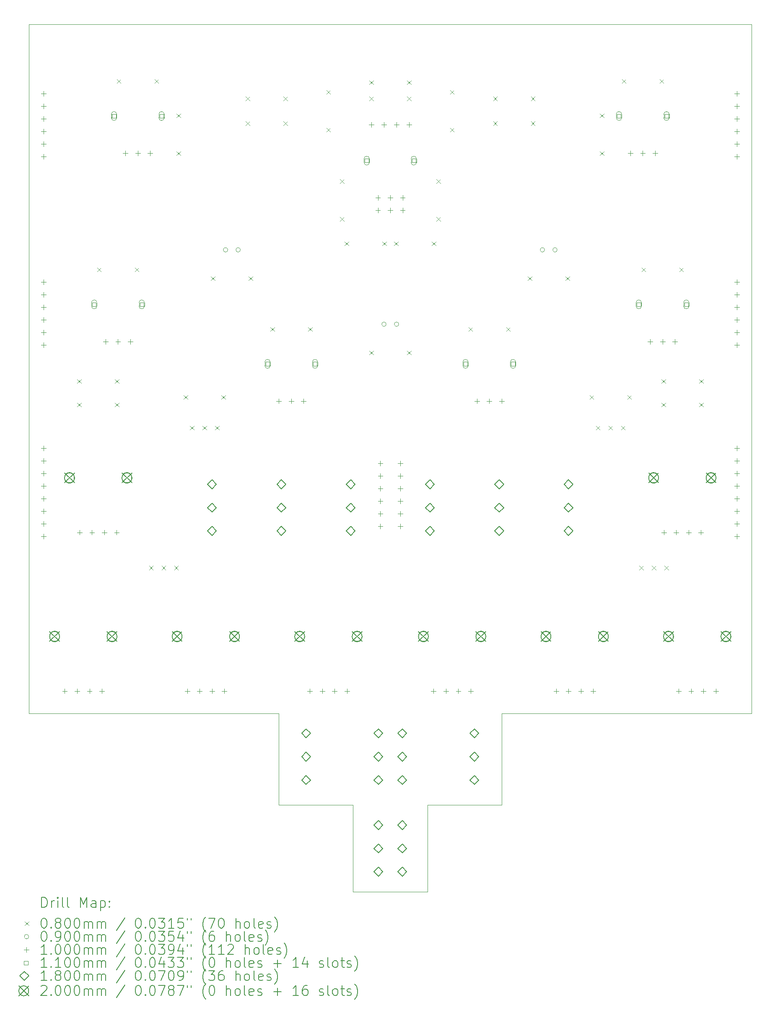
<source format=gbr>
%TF.GenerationSoftware,KiCad,Pcbnew,9.0.0*%
%TF.CreationDate,2025-03-15T21:37:25+01:00*%
%TF.ProjectId,DMH_Dual_VCF_Diode_Ladder_Mk2_PCB_2,444d485f-4475-4616-9c5f-5643465f4469,1*%
%TF.SameCoordinates,Original*%
%TF.FileFunction,Drillmap*%
%TF.FilePolarity,Positive*%
%FSLAX45Y45*%
G04 Gerber Fmt 4.5, Leading zero omitted, Abs format (unit mm)*
G04 Created by KiCad (PCBNEW 9.0.0) date 2025-03-15 21:37:25*
%MOMM*%
%LPD*%
G01*
G04 APERTURE LIST*
%ADD10C,0.050000*%
%ADD11C,0.200000*%
%ADD12C,0.100000*%
%ADD13C,0.110000*%
%ADD14C,0.180000*%
G04 APERTURE END LIST*
D10*
X12250000Y-20000000D02*
X12250000Y-18150000D01*
X7750000Y-20000000D02*
X9250000Y-20000000D01*
X2700000Y-18150000D02*
X7750000Y-18150000D01*
X9250000Y-20000000D02*
X9250000Y-21750000D01*
X17300000Y-4250000D02*
X2700000Y-4250000D01*
X17300000Y-18150000D02*
X17300000Y-4250000D01*
X9250000Y-21750000D02*
X10750000Y-21750000D01*
X12250000Y-18150000D02*
X17300000Y-18150000D01*
X10750000Y-20000000D02*
X12250000Y-20000000D01*
X10750000Y-21750000D02*
X10750000Y-20000000D01*
X7750000Y-18150000D02*
X7750000Y-20000000D01*
X2700000Y-4250000D02*
X2700000Y-18150000D01*
D11*
D12*
X3679000Y-11410000D02*
X3759000Y-11490000D01*
X3759000Y-11410000D02*
X3679000Y-11490000D01*
X3679000Y-11885000D02*
X3759000Y-11965000D01*
X3759000Y-11885000D02*
X3679000Y-11965000D01*
X4079000Y-9160000D02*
X4159000Y-9240000D01*
X4159000Y-9160000D02*
X4079000Y-9240000D01*
X4441000Y-11410000D02*
X4521000Y-11490000D01*
X4521000Y-11410000D02*
X4441000Y-11490000D01*
X4441000Y-11885000D02*
X4521000Y-11965000D01*
X4521000Y-11885000D02*
X4441000Y-11965000D01*
X4479000Y-5360000D02*
X4559000Y-5440000D01*
X4559000Y-5360000D02*
X4479000Y-5440000D01*
X4841000Y-9160000D02*
X4921000Y-9240000D01*
X4921000Y-9160000D02*
X4841000Y-9240000D01*
X5131000Y-15175000D02*
X5211000Y-15255000D01*
X5211000Y-15175000D02*
X5131000Y-15255000D01*
X5241000Y-5360000D02*
X5321000Y-5440000D01*
X5321000Y-5360000D02*
X5241000Y-5440000D01*
X5385000Y-15175000D02*
X5465000Y-15255000D01*
X5465000Y-15175000D02*
X5385000Y-15255000D01*
X5639000Y-15175000D02*
X5719000Y-15255000D01*
X5719000Y-15175000D02*
X5639000Y-15255000D01*
X5685000Y-6054000D02*
X5765000Y-6134000D01*
X5765000Y-6054000D02*
X5685000Y-6134000D01*
X5685000Y-6816000D02*
X5765000Y-6896000D01*
X5765000Y-6816000D02*
X5685000Y-6896000D01*
X5829000Y-11735000D02*
X5909000Y-11815000D01*
X5909000Y-11735000D02*
X5829000Y-11815000D01*
X5955000Y-12350000D02*
X6035000Y-12430000D01*
X6035000Y-12350000D02*
X5955000Y-12430000D01*
X6209000Y-12350000D02*
X6289000Y-12430000D01*
X6289000Y-12350000D02*
X6209000Y-12430000D01*
X6379000Y-9335000D02*
X6459000Y-9415000D01*
X6459000Y-9335000D02*
X6379000Y-9415000D01*
X6463000Y-12350000D02*
X6543000Y-12430000D01*
X6543000Y-12350000D02*
X6463000Y-12430000D01*
X6591000Y-11735000D02*
X6671000Y-11815000D01*
X6671000Y-11735000D02*
X6591000Y-11815000D01*
X7079000Y-5710000D02*
X7159000Y-5790000D01*
X7159000Y-5710000D02*
X7079000Y-5790000D01*
X7079000Y-6210000D02*
X7159000Y-6290000D01*
X7159000Y-6210000D02*
X7079000Y-6290000D01*
X7141000Y-9335000D02*
X7221000Y-9415000D01*
X7221000Y-9335000D02*
X7141000Y-9415000D01*
X7579000Y-10360000D02*
X7659000Y-10440000D01*
X7659000Y-10360000D02*
X7579000Y-10440000D01*
X7841000Y-5710000D02*
X7921000Y-5790000D01*
X7921000Y-5710000D02*
X7841000Y-5790000D01*
X7841000Y-6210000D02*
X7921000Y-6290000D01*
X7921000Y-6210000D02*
X7841000Y-6290000D01*
X8341000Y-10360000D02*
X8421000Y-10440000D01*
X8421000Y-10360000D02*
X8341000Y-10440000D01*
X8710000Y-5579000D02*
X8790000Y-5659000D01*
X8790000Y-5579000D02*
X8710000Y-5659000D01*
X8710000Y-6341000D02*
X8790000Y-6421000D01*
X8790000Y-6341000D02*
X8710000Y-6421000D01*
X8985000Y-7379000D02*
X9065000Y-7459000D01*
X9065000Y-7379000D02*
X8985000Y-7459000D01*
X8985000Y-8141000D02*
X9065000Y-8221000D01*
X9065000Y-8141000D02*
X8985000Y-8221000D01*
X9079000Y-8635000D02*
X9159000Y-8715000D01*
X9159000Y-8635000D02*
X9079000Y-8715000D01*
X9579000Y-5385000D02*
X9659000Y-5465000D01*
X9659000Y-5385000D02*
X9579000Y-5465000D01*
X9579000Y-5710000D02*
X9659000Y-5790000D01*
X9659000Y-5710000D02*
X9579000Y-5790000D01*
X9579000Y-10835000D02*
X9659000Y-10915000D01*
X9659000Y-10835000D02*
X9579000Y-10915000D01*
X9841000Y-8635000D02*
X9921000Y-8715000D01*
X9921000Y-8635000D02*
X9841000Y-8715000D01*
X10079000Y-8635000D02*
X10159000Y-8715000D01*
X10159000Y-8635000D02*
X10079000Y-8715000D01*
X10341000Y-5385000D02*
X10421000Y-5465000D01*
X10421000Y-5385000D02*
X10341000Y-5465000D01*
X10341000Y-5710000D02*
X10421000Y-5790000D01*
X10421000Y-5710000D02*
X10341000Y-5790000D01*
X10341000Y-10835000D02*
X10421000Y-10915000D01*
X10421000Y-10835000D02*
X10341000Y-10915000D01*
X10841000Y-8635000D02*
X10921000Y-8715000D01*
X10921000Y-8635000D02*
X10841000Y-8715000D01*
X10935000Y-7379000D02*
X11015000Y-7459000D01*
X11015000Y-7379000D02*
X10935000Y-7459000D01*
X10935000Y-8141000D02*
X11015000Y-8221000D01*
X11015000Y-8141000D02*
X10935000Y-8221000D01*
X11210000Y-5579000D02*
X11290000Y-5659000D01*
X11290000Y-5579000D02*
X11210000Y-5659000D01*
X11210000Y-6341000D02*
X11290000Y-6421000D01*
X11290000Y-6341000D02*
X11210000Y-6421000D01*
X11579000Y-10360000D02*
X11659000Y-10440000D01*
X11659000Y-10360000D02*
X11579000Y-10440000D01*
X12079000Y-5710000D02*
X12159000Y-5790000D01*
X12159000Y-5710000D02*
X12079000Y-5790000D01*
X12079000Y-6210000D02*
X12159000Y-6290000D01*
X12159000Y-6210000D02*
X12079000Y-6290000D01*
X12341000Y-10360000D02*
X12421000Y-10440000D01*
X12421000Y-10360000D02*
X12341000Y-10440000D01*
X12779000Y-9335000D02*
X12859000Y-9415000D01*
X12859000Y-9335000D02*
X12779000Y-9415000D01*
X12841000Y-5710000D02*
X12921000Y-5790000D01*
X12921000Y-5710000D02*
X12841000Y-5790000D01*
X12841000Y-6210000D02*
X12921000Y-6290000D01*
X12921000Y-6210000D02*
X12841000Y-6290000D01*
X13541000Y-9335000D02*
X13621000Y-9415000D01*
X13621000Y-9335000D02*
X13541000Y-9415000D01*
X14029000Y-11735000D02*
X14109000Y-11815000D01*
X14109000Y-11735000D02*
X14029000Y-11815000D01*
X14156000Y-12350000D02*
X14236000Y-12430000D01*
X14236000Y-12350000D02*
X14156000Y-12430000D01*
X14235000Y-6054000D02*
X14315000Y-6134000D01*
X14315000Y-6054000D02*
X14235000Y-6134000D01*
X14235000Y-6816000D02*
X14315000Y-6896000D01*
X14315000Y-6816000D02*
X14235000Y-6896000D01*
X14410000Y-12350000D02*
X14490000Y-12430000D01*
X14490000Y-12350000D02*
X14410000Y-12430000D01*
X14664000Y-12350000D02*
X14744000Y-12430000D01*
X14744000Y-12350000D02*
X14664000Y-12430000D01*
X14679000Y-5360000D02*
X14759000Y-5440000D01*
X14759000Y-5360000D02*
X14679000Y-5440000D01*
X14791000Y-11735000D02*
X14871000Y-11815000D01*
X14871000Y-11735000D02*
X14791000Y-11815000D01*
X15031000Y-15175000D02*
X15111000Y-15255000D01*
X15111000Y-15175000D02*
X15031000Y-15255000D01*
X15079000Y-9160000D02*
X15159000Y-9240000D01*
X15159000Y-9160000D02*
X15079000Y-9240000D01*
X15285000Y-15175000D02*
X15365000Y-15255000D01*
X15365000Y-15175000D02*
X15285000Y-15255000D01*
X15441000Y-5360000D02*
X15521000Y-5440000D01*
X15521000Y-5360000D02*
X15441000Y-5440000D01*
X15479000Y-11410000D02*
X15559000Y-11490000D01*
X15559000Y-11410000D02*
X15479000Y-11490000D01*
X15479000Y-11885000D02*
X15559000Y-11965000D01*
X15559000Y-11885000D02*
X15479000Y-11965000D01*
X15539000Y-15175000D02*
X15619000Y-15255000D01*
X15619000Y-15175000D02*
X15539000Y-15255000D01*
X15841000Y-9160000D02*
X15921000Y-9240000D01*
X15921000Y-9160000D02*
X15841000Y-9240000D01*
X16241000Y-11410000D02*
X16321000Y-11490000D01*
X16321000Y-11410000D02*
X16241000Y-11490000D01*
X16241000Y-11885000D02*
X16321000Y-11965000D01*
X16321000Y-11885000D02*
X16241000Y-11965000D01*
X6718000Y-8800000D02*
G75*
G02*
X6628000Y-8800000I-45000J0D01*
G01*
X6628000Y-8800000D02*
G75*
G02*
X6718000Y-8800000I45000J0D01*
G01*
X6972000Y-8800000D02*
G75*
G02*
X6882000Y-8800000I-45000J0D01*
G01*
X6882000Y-8800000D02*
G75*
G02*
X6972000Y-8800000I45000J0D01*
G01*
X9918000Y-10300000D02*
G75*
G02*
X9828000Y-10300000I-45000J0D01*
G01*
X9828000Y-10300000D02*
G75*
G02*
X9918000Y-10300000I45000J0D01*
G01*
X10172000Y-10300000D02*
G75*
G02*
X10082000Y-10300000I-45000J0D01*
G01*
X10082000Y-10300000D02*
G75*
G02*
X10172000Y-10300000I45000J0D01*
G01*
X13118000Y-8800000D02*
G75*
G02*
X13028000Y-8800000I-45000J0D01*
G01*
X13028000Y-8800000D02*
G75*
G02*
X13118000Y-8800000I45000J0D01*
G01*
X13372000Y-8800000D02*
G75*
G02*
X13282000Y-8800000I-45000J0D01*
G01*
X13282000Y-8800000D02*
G75*
G02*
X13372000Y-8800000I45000J0D01*
G01*
X3000000Y-5600000D02*
X3000000Y-5700000D01*
X2950000Y-5650000D02*
X3050000Y-5650000D01*
X3000000Y-5854000D02*
X3000000Y-5954000D01*
X2950000Y-5904000D02*
X3050000Y-5904000D01*
X3000000Y-6108000D02*
X3000000Y-6208000D01*
X2950000Y-6158000D02*
X3050000Y-6158000D01*
X3000000Y-6362000D02*
X3000000Y-6462000D01*
X2950000Y-6412000D02*
X3050000Y-6412000D01*
X3000000Y-6616000D02*
X3000000Y-6716000D01*
X2950000Y-6666000D02*
X3050000Y-6666000D01*
X3000000Y-6870000D02*
X3000000Y-6970000D01*
X2950000Y-6920000D02*
X3050000Y-6920000D01*
X3000000Y-9400000D02*
X3000000Y-9500000D01*
X2950000Y-9450000D02*
X3050000Y-9450000D01*
X3000000Y-9654000D02*
X3000000Y-9754000D01*
X2950000Y-9704000D02*
X3050000Y-9704000D01*
X3000000Y-9908000D02*
X3000000Y-10008000D01*
X2950000Y-9958000D02*
X3050000Y-9958000D01*
X3000000Y-10162000D02*
X3000000Y-10262000D01*
X2950000Y-10212000D02*
X3050000Y-10212000D01*
X3000000Y-10416000D02*
X3000000Y-10516000D01*
X2950000Y-10466000D02*
X3050000Y-10466000D01*
X3000000Y-10670000D02*
X3000000Y-10770000D01*
X2950000Y-10720000D02*
X3050000Y-10720000D01*
X3000000Y-12750000D02*
X3000000Y-12850000D01*
X2950000Y-12800000D02*
X3050000Y-12800000D01*
X3000000Y-13004000D02*
X3000000Y-13104000D01*
X2950000Y-13054000D02*
X3050000Y-13054000D01*
X3000000Y-13258000D02*
X3000000Y-13358000D01*
X2950000Y-13308000D02*
X3050000Y-13308000D01*
X3000000Y-13512000D02*
X3000000Y-13612000D01*
X2950000Y-13562000D02*
X3050000Y-13562000D01*
X3000000Y-13766000D02*
X3000000Y-13866000D01*
X2950000Y-13816000D02*
X3050000Y-13816000D01*
X3000000Y-14020000D02*
X3000000Y-14120000D01*
X2950000Y-14070000D02*
X3050000Y-14070000D01*
X3000000Y-14274000D02*
X3000000Y-14374000D01*
X2950000Y-14324000D02*
X3050000Y-14324000D01*
X3000000Y-14528000D02*
X3000000Y-14628000D01*
X2950000Y-14578000D02*
X3050000Y-14578000D01*
X3425000Y-17650000D02*
X3425000Y-17750000D01*
X3375000Y-17700000D02*
X3475000Y-17700000D01*
X3675000Y-17650000D02*
X3675000Y-17750000D01*
X3625000Y-17700000D02*
X3725000Y-17700000D01*
X3725000Y-14450000D02*
X3725000Y-14550000D01*
X3675000Y-14500000D02*
X3775000Y-14500000D01*
X3925000Y-17650000D02*
X3925000Y-17750000D01*
X3875000Y-17700000D02*
X3975000Y-17700000D01*
X3975000Y-14450000D02*
X3975000Y-14550000D01*
X3925000Y-14500000D02*
X4025000Y-14500000D01*
X4175000Y-17650000D02*
X4175000Y-17750000D01*
X4125000Y-17700000D02*
X4225000Y-17700000D01*
X4225000Y-14450000D02*
X4225000Y-14550000D01*
X4175000Y-14500000D02*
X4275000Y-14500000D01*
X4250000Y-10600000D02*
X4250000Y-10700000D01*
X4200000Y-10650000D02*
X4300000Y-10650000D01*
X4475000Y-14450000D02*
X4475000Y-14550000D01*
X4425000Y-14500000D02*
X4525000Y-14500000D01*
X4500000Y-10600000D02*
X4500000Y-10700000D01*
X4450000Y-10650000D02*
X4550000Y-10650000D01*
X4650000Y-6800000D02*
X4650000Y-6900000D01*
X4600000Y-6850000D02*
X4700000Y-6850000D01*
X4750000Y-10600000D02*
X4750000Y-10700000D01*
X4700000Y-10650000D02*
X4800000Y-10650000D01*
X4900000Y-6800000D02*
X4900000Y-6900000D01*
X4850000Y-6850000D02*
X4950000Y-6850000D01*
X5150000Y-6800000D02*
X5150000Y-6900000D01*
X5100000Y-6850000D02*
X5200000Y-6850000D01*
X5900000Y-17650000D02*
X5900000Y-17750000D01*
X5850000Y-17700000D02*
X5950000Y-17700000D01*
X6150000Y-17650000D02*
X6150000Y-17750000D01*
X6100000Y-17700000D02*
X6200000Y-17700000D01*
X6400000Y-17650000D02*
X6400000Y-17750000D01*
X6350000Y-17700000D02*
X6450000Y-17700000D01*
X6650000Y-17650000D02*
X6650000Y-17750000D01*
X6600000Y-17700000D02*
X6700000Y-17700000D01*
X7750000Y-11800000D02*
X7750000Y-11900000D01*
X7700000Y-11850000D02*
X7800000Y-11850000D01*
X8000000Y-11800000D02*
X8000000Y-11900000D01*
X7950000Y-11850000D02*
X8050000Y-11850000D01*
X8250000Y-11800000D02*
X8250000Y-11900000D01*
X8200000Y-11850000D02*
X8300000Y-11850000D01*
X8375000Y-17650000D02*
X8375000Y-17750000D01*
X8325000Y-17700000D02*
X8425000Y-17700000D01*
X8625000Y-17650000D02*
X8625000Y-17750000D01*
X8575000Y-17700000D02*
X8675000Y-17700000D01*
X8875000Y-17650000D02*
X8875000Y-17750000D01*
X8825000Y-17700000D02*
X8925000Y-17700000D01*
X9125000Y-17650000D02*
X9125000Y-17750000D01*
X9075000Y-17700000D02*
X9175000Y-17700000D01*
X9620000Y-6227500D02*
X9620000Y-6327500D01*
X9570000Y-6277500D02*
X9670000Y-6277500D01*
X9750000Y-7700000D02*
X9750000Y-7800000D01*
X9700000Y-7750000D02*
X9800000Y-7750000D01*
X9750000Y-7950000D02*
X9750000Y-8050000D01*
X9700000Y-8000000D02*
X9800000Y-8000000D01*
X9800000Y-13060000D02*
X9800000Y-13160000D01*
X9750000Y-13110000D02*
X9850000Y-13110000D01*
X9800000Y-13314000D02*
X9800000Y-13414000D01*
X9750000Y-13364000D02*
X9850000Y-13364000D01*
X9800000Y-13568000D02*
X9800000Y-13668000D01*
X9750000Y-13618000D02*
X9850000Y-13618000D01*
X9800000Y-13822000D02*
X9800000Y-13922000D01*
X9750000Y-13872000D02*
X9850000Y-13872000D01*
X9800000Y-14076000D02*
X9800000Y-14176000D01*
X9750000Y-14126000D02*
X9850000Y-14126000D01*
X9800000Y-14330000D02*
X9800000Y-14430000D01*
X9750000Y-14380000D02*
X9850000Y-14380000D01*
X9874000Y-6227500D02*
X9874000Y-6327500D01*
X9824000Y-6277500D02*
X9924000Y-6277500D01*
X10000000Y-7700000D02*
X10000000Y-7800000D01*
X9950000Y-7750000D02*
X10050000Y-7750000D01*
X10000000Y-7950000D02*
X10000000Y-8050000D01*
X9950000Y-8000000D02*
X10050000Y-8000000D01*
X10128000Y-6227500D02*
X10128000Y-6327500D01*
X10078000Y-6277500D02*
X10178000Y-6277500D01*
X10200000Y-13060000D02*
X10200000Y-13160000D01*
X10150000Y-13110000D02*
X10250000Y-13110000D01*
X10200000Y-13314000D02*
X10200000Y-13414000D01*
X10150000Y-13364000D02*
X10250000Y-13364000D01*
X10200000Y-13568000D02*
X10200000Y-13668000D01*
X10150000Y-13618000D02*
X10250000Y-13618000D01*
X10200000Y-13822000D02*
X10200000Y-13922000D01*
X10150000Y-13872000D02*
X10250000Y-13872000D01*
X10200000Y-14076000D02*
X10200000Y-14176000D01*
X10150000Y-14126000D02*
X10250000Y-14126000D01*
X10200000Y-14330000D02*
X10200000Y-14430000D01*
X10150000Y-14380000D02*
X10250000Y-14380000D01*
X10250000Y-7700000D02*
X10250000Y-7800000D01*
X10200000Y-7750000D02*
X10300000Y-7750000D01*
X10250000Y-7950000D02*
X10250000Y-8050000D01*
X10200000Y-8000000D02*
X10300000Y-8000000D01*
X10382000Y-6227500D02*
X10382000Y-6327500D01*
X10332000Y-6277500D02*
X10432000Y-6277500D01*
X10875000Y-17650000D02*
X10875000Y-17750000D01*
X10825000Y-17700000D02*
X10925000Y-17700000D01*
X11125000Y-17650000D02*
X11125000Y-17750000D01*
X11075000Y-17700000D02*
X11175000Y-17700000D01*
X11375000Y-17650000D02*
X11375000Y-17750000D01*
X11325000Y-17700000D02*
X11425000Y-17700000D01*
X11625000Y-17650000D02*
X11625000Y-17750000D01*
X11575000Y-17700000D02*
X11675000Y-17700000D01*
X11750000Y-11800000D02*
X11750000Y-11900000D01*
X11700000Y-11850000D02*
X11800000Y-11850000D01*
X12000000Y-11800000D02*
X12000000Y-11900000D01*
X11950000Y-11850000D02*
X12050000Y-11850000D01*
X12250000Y-11800000D02*
X12250000Y-11900000D01*
X12200000Y-11850000D02*
X12300000Y-11850000D01*
X13350000Y-17650000D02*
X13350000Y-17750000D01*
X13300000Y-17700000D02*
X13400000Y-17700000D01*
X13600000Y-17650000D02*
X13600000Y-17750000D01*
X13550000Y-17700000D02*
X13650000Y-17700000D01*
X13850000Y-17650000D02*
X13850000Y-17750000D01*
X13800000Y-17700000D02*
X13900000Y-17700000D01*
X14100000Y-17650000D02*
X14100000Y-17750000D01*
X14050000Y-17700000D02*
X14150000Y-17700000D01*
X14850000Y-6800000D02*
X14850000Y-6900000D01*
X14800000Y-6850000D02*
X14900000Y-6850000D01*
X15100000Y-6800000D02*
X15100000Y-6900000D01*
X15050000Y-6850000D02*
X15150000Y-6850000D01*
X15250000Y-10600000D02*
X15250000Y-10700000D01*
X15200000Y-10650000D02*
X15300000Y-10650000D01*
X15350000Y-6800000D02*
X15350000Y-6900000D01*
X15300000Y-6850000D02*
X15400000Y-6850000D01*
X15500000Y-10600000D02*
X15500000Y-10700000D01*
X15450000Y-10650000D02*
X15550000Y-10650000D01*
X15525000Y-14450000D02*
X15525000Y-14550000D01*
X15475000Y-14500000D02*
X15575000Y-14500000D01*
X15750000Y-10600000D02*
X15750000Y-10700000D01*
X15700000Y-10650000D02*
X15800000Y-10650000D01*
X15775000Y-14450000D02*
X15775000Y-14550000D01*
X15725000Y-14500000D02*
X15825000Y-14500000D01*
X15825000Y-17650000D02*
X15825000Y-17750000D01*
X15775000Y-17700000D02*
X15875000Y-17700000D01*
X16025000Y-14450000D02*
X16025000Y-14550000D01*
X15975000Y-14500000D02*
X16075000Y-14500000D01*
X16075000Y-17650000D02*
X16075000Y-17750000D01*
X16025000Y-17700000D02*
X16125000Y-17700000D01*
X16275000Y-14450000D02*
X16275000Y-14550000D01*
X16225000Y-14500000D02*
X16325000Y-14500000D01*
X16325000Y-17650000D02*
X16325000Y-17750000D01*
X16275000Y-17700000D02*
X16375000Y-17700000D01*
X16575000Y-17650000D02*
X16575000Y-17750000D01*
X16525000Y-17700000D02*
X16625000Y-17700000D01*
X17000000Y-5600000D02*
X17000000Y-5700000D01*
X16950000Y-5650000D02*
X17050000Y-5650000D01*
X17000000Y-5854000D02*
X17000000Y-5954000D01*
X16950000Y-5904000D02*
X17050000Y-5904000D01*
X17000000Y-6108000D02*
X17000000Y-6208000D01*
X16950000Y-6158000D02*
X17050000Y-6158000D01*
X17000000Y-6362000D02*
X17000000Y-6462000D01*
X16950000Y-6412000D02*
X17050000Y-6412000D01*
X17000000Y-6616000D02*
X17000000Y-6716000D01*
X16950000Y-6666000D02*
X17050000Y-6666000D01*
X17000000Y-6870000D02*
X17000000Y-6970000D01*
X16950000Y-6920000D02*
X17050000Y-6920000D01*
X17000000Y-9400000D02*
X17000000Y-9500000D01*
X16950000Y-9450000D02*
X17050000Y-9450000D01*
X17000000Y-9654000D02*
X17000000Y-9754000D01*
X16950000Y-9704000D02*
X17050000Y-9704000D01*
X17000000Y-9908000D02*
X17000000Y-10008000D01*
X16950000Y-9958000D02*
X17050000Y-9958000D01*
X17000000Y-10162000D02*
X17000000Y-10262000D01*
X16950000Y-10212000D02*
X17050000Y-10212000D01*
X17000000Y-10416000D02*
X17000000Y-10516000D01*
X16950000Y-10466000D02*
X17050000Y-10466000D01*
X17000000Y-10670000D02*
X17000000Y-10770000D01*
X16950000Y-10720000D02*
X17050000Y-10720000D01*
X17000000Y-12750000D02*
X17000000Y-12850000D01*
X16950000Y-12800000D02*
X17050000Y-12800000D01*
X17000000Y-13004000D02*
X17000000Y-13104000D01*
X16950000Y-13054000D02*
X17050000Y-13054000D01*
X17000000Y-13258000D02*
X17000000Y-13358000D01*
X16950000Y-13308000D02*
X17050000Y-13308000D01*
X17000000Y-13512000D02*
X17000000Y-13612000D01*
X16950000Y-13562000D02*
X17050000Y-13562000D01*
X17000000Y-13766000D02*
X17000000Y-13866000D01*
X16950000Y-13816000D02*
X17050000Y-13816000D01*
X17000000Y-14020000D02*
X17000000Y-14120000D01*
X16950000Y-14070000D02*
X17050000Y-14070000D01*
X17000000Y-14274000D02*
X17000000Y-14374000D01*
X16950000Y-14324000D02*
X17050000Y-14324000D01*
X17000000Y-14528000D02*
X17000000Y-14628000D01*
X16950000Y-14578000D02*
X17050000Y-14578000D01*
D13*
X4058891Y-9938891D02*
X4058891Y-9861109D01*
X3981109Y-9861109D01*
X3981109Y-9938891D01*
X4058891Y-9938891D01*
D12*
X4075000Y-9935000D02*
X4075000Y-9865000D01*
X3965000Y-9865000D02*
G75*
G02*
X4075000Y-9865000I55000J0D01*
G01*
X3965000Y-9865000D02*
X3965000Y-9935000D01*
X3965000Y-9935000D02*
G75*
G03*
X4075000Y-9935000I55000J0D01*
G01*
D13*
X4458891Y-6138891D02*
X4458891Y-6061109D01*
X4381109Y-6061109D01*
X4381109Y-6138891D01*
X4458891Y-6138891D01*
D12*
X4475000Y-6135000D02*
X4475000Y-6065000D01*
X4365000Y-6065000D02*
G75*
G02*
X4475000Y-6065000I55000J0D01*
G01*
X4365000Y-6065000D02*
X4365000Y-6135000D01*
X4365000Y-6135000D02*
G75*
G03*
X4475000Y-6135000I55000J0D01*
G01*
D13*
X5018891Y-9938891D02*
X5018891Y-9861109D01*
X4941109Y-9861109D01*
X4941109Y-9938891D01*
X5018891Y-9938891D01*
D12*
X5035000Y-9935000D02*
X5035000Y-9865000D01*
X4925000Y-9865000D02*
G75*
G02*
X5035000Y-9865000I55000J0D01*
G01*
X4925000Y-9865000D02*
X4925000Y-9935000D01*
X4925000Y-9935000D02*
G75*
G03*
X5035000Y-9935000I55000J0D01*
G01*
D13*
X5418891Y-6138891D02*
X5418891Y-6061109D01*
X5341109Y-6061109D01*
X5341109Y-6138891D01*
X5418891Y-6138891D01*
D12*
X5435000Y-6135000D02*
X5435000Y-6065000D01*
X5325000Y-6065000D02*
G75*
G02*
X5435000Y-6065000I55000J0D01*
G01*
X5325000Y-6065000D02*
X5325000Y-6135000D01*
X5325000Y-6135000D02*
G75*
G03*
X5435000Y-6135000I55000J0D01*
G01*
D13*
X7558891Y-11138891D02*
X7558891Y-11061109D01*
X7481109Y-11061109D01*
X7481109Y-11138891D01*
X7558891Y-11138891D01*
D12*
X7575000Y-11135000D02*
X7575000Y-11065000D01*
X7465000Y-11065000D02*
G75*
G02*
X7575000Y-11065000I55000J0D01*
G01*
X7465000Y-11065000D02*
X7465000Y-11135000D01*
X7465000Y-11135000D02*
G75*
G03*
X7575000Y-11135000I55000J0D01*
G01*
D13*
X8518891Y-11138891D02*
X8518891Y-11061109D01*
X8441109Y-11061109D01*
X8441109Y-11138891D01*
X8518891Y-11138891D01*
D12*
X8535000Y-11135000D02*
X8535000Y-11065000D01*
X8425000Y-11065000D02*
G75*
G02*
X8535000Y-11065000I55000J0D01*
G01*
X8425000Y-11065000D02*
X8425000Y-11135000D01*
X8425000Y-11135000D02*
G75*
G03*
X8535000Y-11135000I55000J0D01*
G01*
D13*
X9563891Y-7038891D02*
X9563891Y-6961109D01*
X9486109Y-6961109D01*
X9486109Y-7038891D01*
X9563891Y-7038891D01*
D12*
X9580000Y-7035000D02*
X9580000Y-6965000D01*
X9470000Y-6965000D02*
G75*
G02*
X9580000Y-6965000I55000J0D01*
G01*
X9470000Y-6965000D02*
X9470000Y-7035000D01*
X9470000Y-7035000D02*
G75*
G03*
X9580000Y-7035000I55000J0D01*
G01*
D13*
X10513891Y-7038891D02*
X10513891Y-6961109D01*
X10436109Y-6961109D01*
X10436109Y-7038891D01*
X10513891Y-7038891D01*
D12*
X10530000Y-7035000D02*
X10530000Y-6965000D01*
X10420000Y-6965000D02*
G75*
G02*
X10530000Y-6965000I55000J0D01*
G01*
X10420000Y-6965000D02*
X10420000Y-7035000D01*
X10420000Y-7035000D02*
G75*
G03*
X10530000Y-7035000I55000J0D01*
G01*
D13*
X11558891Y-11138891D02*
X11558891Y-11061109D01*
X11481109Y-11061109D01*
X11481109Y-11138891D01*
X11558891Y-11138891D01*
D12*
X11575000Y-11135000D02*
X11575000Y-11065000D01*
X11465000Y-11065000D02*
G75*
G02*
X11575000Y-11065000I55000J0D01*
G01*
X11465000Y-11065000D02*
X11465000Y-11135000D01*
X11465000Y-11135000D02*
G75*
G03*
X11575000Y-11135000I55000J0D01*
G01*
D13*
X12518891Y-11138891D02*
X12518891Y-11061109D01*
X12441109Y-11061109D01*
X12441109Y-11138891D01*
X12518891Y-11138891D01*
D12*
X12535000Y-11135000D02*
X12535000Y-11065000D01*
X12425000Y-11065000D02*
G75*
G02*
X12535000Y-11065000I55000J0D01*
G01*
X12425000Y-11065000D02*
X12425000Y-11135000D01*
X12425000Y-11135000D02*
G75*
G03*
X12535000Y-11135000I55000J0D01*
G01*
D13*
X14658891Y-6138891D02*
X14658891Y-6061109D01*
X14581109Y-6061109D01*
X14581109Y-6138891D01*
X14658891Y-6138891D01*
D12*
X14675000Y-6135000D02*
X14675000Y-6065000D01*
X14565000Y-6065000D02*
G75*
G02*
X14675000Y-6065000I55000J0D01*
G01*
X14565000Y-6065000D02*
X14565000Y-6135000D01*
X14565000Y-6135000D02*
G75*
G03*
X14675000Y-6135000I55000J0D01*
G01*
D13*
X15058891Y-9938891D02*
X15058891Y-9861109D01*
X14981109Y-9861109D01*
X14981109Y-9938891D01*
X15058891Y-9938891D01*
D12*
X15075000Y-9935000D02*
X15075000Y-9865000D01*
X14965000Y-9865000D02*
G75*
G02*
X15075000Y-9865000I55000J0D01*
G01*
X14965000Y-9865000D02*
X14965000Y-9935000D01*
X14965000Y-9935000D02*
G75*
G03*
X15075000Y-9935000I55000J0D01*
G01*
D13*
X15618891Y-6138891D02*
X15618891Y-6061109D01*
X15541109Y-6061109D01*
X15541109Y-6138891D01*
X15618891Y-6138891D01*
D12*
X15635000Y-6135000D02*
X15635000Y-6065000D01*
X15525000Y-6065000D02*
G75*
G02*
X15635000Y-6065000I55000J0D01*
G01*
X15525000Y-6065000D02*
X15525000Y-6135000D01*
X15525000Y-6135000D02*
G75*
G03*
X15635000Y-6135000I55000J0D01*
G01*
D13*
X16018891Y-9938891D02*
X16018891Y-9861109D01*
X15941109Y-9861109D01*
X15941109Y-9938891D01*
X16018891Y-9938891D01*
D12*
X16035000Y-9935000D02*
X16035000Y-9865000D01*
X15925000Y-9865000D02*
G75*
G02*
X16035000Y-9865000I55000J0D01*
G01*
X15925000Y-9865000D02*
X15925000Y-9935000D01*
X15925000Y-9935000D02*
G75*
G03*
X16035000Y-9935000I55000J0D01*
G01*
D14*
X6400000Y-13620000D02*
X6490000Y-13530000D01*
X6400000Y-13440000D01*
X6310000Y-13530000D01*
X6400000Y-13620000D01*
X6400000Y-14090000D02*
X6490000Y-14000000D01*
X6400000Y-13910000D01*
X6310000Y-14000000D01*
X6400000Y-14090000D01*
X6400000Y-14560000D02*
X6490000Y-14470000D01*
X6400000Y-14380000D01*
X6310000Y-14470000D01*
X6400000Y-14560000D01*
X7800000Y-13620000D02*
X7890000Y-13530000D01*
X7800000Y-13440000D01*
X7710000Y-13530000D01*
X7800000Y-13620000D01*
X7800000Y-14090000D02*
X7890000Y-14000000D01*
X7800000Y-13910000D01*
X7710000Y-14000000D01*
X7800000Y-14090000D01*
X7800000Y-14560000D02*
X7890000Y-14470000D01*
X7800000Y-14380000D01*
X7710000Y-14470000D01*
X7800000Y-14560000D01*
X8300000Y-18645000D02*
X8390000Y-18555000D01*
X8300000Y-18465000D01*
X8210000Y-18555000D01*
X8300000Y-18645000D01*
X8300000Y-19115000D02*
X8390000Y-19025000D01*
X8300000Y-18935000D01*
X8210000Y-19025000D01*
X8300000Y-19115000D01*
X8300000Y-19585000D02*
X8390000Y-19495000D01*
X8300000Y-19405000D01*
X8210000Y-19495000D01*
X8300000Y-19585000D01*
X9200000Y-13620000D02*
X9290000Y-13530000D01*
X9200000Y-13440000D01*
X9110000Y-13530000D01*
X9200000Y-13620000D01*
X9200000Y-14090000D02*
X9290000Y-14000000D01*
X9200000Y-13910000D01*
X9110000Y-14000000D01*
X9200000Y-14090000D01*
X9200000Y-14560000D02*
X9290000Y-14470000D01*
X9200000Y-14380000D01*
X9110000Y-14470000D01*
X9200000Y-14560000D01*
X9758700Y-18645000D02*
X9848700Y-18555000D01*
X9758700Y-18465000D01*
X9668700Y-18555000D01*
X9758700Y-18645000D01*
X9758700Y-19115000D02*
X9848700Y-19025000D01*
X9758700Y-18935000D01*
X9668700Y-19025000D01*
X9758700Y-19115000D01*
X9758700Y-19585000D02*
X9848700Y-19495000D01*
X9758700Y-19405000D01*
X9668700Y-19495000D01*
X9758700Y-19585000D01*
X9758700Y-20495000D02*
X9848700Y-20405000D01*
X9758700Y-20315000D01*
X9668700Y-20405000D01*
X9758700Y-20495000D01*
X9758700Y-20965000D02*
X9848700Y-20875000D01*
X9758700Y-20785000D01*
X9668700Y-20875000D01*
X9758700Y-20965000D01*
X9758700Y-21435000D02*
X9848700Y-21345000D01*
X9758700Y-21255000D01*
X9668700Y-21345000D01*
X9758700Y-21435000D01*
X10241300Y-18645000D02*
X10331300Y-18555000D01*
X10241300Y-18465000D01*
X10151300Y-18555000D01*
X10241300Y-18645000D01*
X10241300Y-19115000D02*
X10331300Y-19025000D01*
X10241300Y-18935000D01*
X10151300Y-19025000D01*
X10241300Y-19115000D01*
X10241300Y-19585000D02*
X10331300Y-19495000D01*
X10241300Y-19405000D01*
X10151300Y-19495000D01*
X10241300Y-19585000D01*
X10241300Y-20495000D02*
X10331300Y-20405000D01*
X10241300Y-20315000D01*
X10151300Y-20405000D01*
X10241300Y-20495000D01*
X10241300Y-20965000D02*
X10331300Y-20875000D01*
X10241300Y-20785000D01*
X10151300Y-20875000D01*
X10241300Y-20965000D01*
X10241300Y-21435000D02*
X10331300Y-21345000D01*
X10241300Y-21255000D01*
X10151300Y-21345000D01*
X10241300Y-21435000D01*
X10800000Y-13620000D02*
X10890000Y-13530000D01*
X10800000Y-13440000D01*
X10710000Y-13530000D01*
X10800000Y-13620000D01*
X10800000Y-14090000D02*
X10890000Y-14000000D01*
X10800000Y-13910000D01*
X10710000Y-14000000D01*
X10800000Y-14090000D01*
X10800000Y-14560000D02*
X10890000Y-14470000D01*
X10800000Y-14380000D01*
X10710000Y-14470000D01*
X10800000Y-14560000D01*
X11700000Y-18645000D02*
X11790000Y-18555000D01*
X11700000Y-18465000D01*
X11610000Y-18555000D01*
X11700000Y-18645000D01*
X11700000Y-19115000D02*
X11790000Y-19025000D01*
X11700000Y-18935000D01*
X11610000Y-19025000D01*
X11700000Y-19115000D01*
X11700000Y-19585000D02*
X11790000Y-19495000D01*
X11700000Y-19405000D01*
X11610000Y-19495000D01*
X11700000Y-19585000D01*
X12200000Y-13620000D02*
X12290000Y-13530000D01*
X12200000Y-13440000D01*
X12110000Y-13530000D01*
X12200000Y-13620000D01*
X12200000Y-14090000D02*
X12290000Y-14000000D01*
X12200000Y-13910000D01*
X12110000Y-14000000D01*
X12200000Y-14090000D01*
X12200000Y-14560000D02*
X12290000Y-14470000D01*
X12200000Y-14380000D01*
X12110000Y-14470000D01*
X12200000Y-14560000D01*
X13600000Y-13620000D02*
X13690000Y-13530000D01*
X13600000Y-13440000D01*
X13510000Y-13530000D01*
X13600000Y-13620000D01*
X13600000Y-14090000D02*
X13690000Y-14000000D01*
X13600000Y-13910000D01*
X13510000Y-14000000D01*
X13600000Y-14090000D01*
X13600000Y-14560000D02*
X13690000Y-14470000D01*
X13600000Y-14380000D01*
X13510000Y-14470000D01*
X13600000Y-14560000D01*
D11*
X3120000Y-16500000D02*
X3320000Y-16700000D01*
X3320000Y-16500000D02*
X3120000Y-16700000D01*
X3320000Y-16600000D02*
G75*
G02*
X3120000Y-16600000I-100000J0D01*
G01*
X3120000Y-16600000D02*
G75*
G02*
X3320000Y-16600000I100000J0D01*
G01*
D12*
X3120000Y-16590000D02*
X3120000Y-16610000D01*
X3320000Y-16610000D02*
G75*
G02*
X3120000Y-16610000I-100000J0D01*
G01*
X3320000Y-16610000D02*
X3320000Y-16590000D01*
X3320000Y-16590000D02*
G75*
G03*
X3120000Y-16590000I-100000J0D01*
G01*
D11*
X3420000Y-13300000D02*
X3620000Y-13500000D01*
X3620000Y-13300000D02*
X3420000Y-13500000D01*
X3620000Y-13400000D02*
G75*
G02*
X3420000Y-13400000I-100000J0D01*
G01*
X3420000Y-13400000D02*
G75*
G02*
X3620000Y-13400000I100000J0D01*
G01*
D12*
X3420000Y-13390000D02*
X3420000Y-13410000D01*
X3620000Y-13410000D02*
G75*
G02*
X3420000Y-13410000I-100000J0D01*
G01*
X3620000Y-13410000D02*
X3620000Y-13390000D01*
X3620000Y-13390000D02*
G75*
G03*
X3420000Y-13390000I-100000J0D01*
G01*
D11*
X4280000Y-16500000D02*
X4480000Y-16700000D01*
X4480000Y-16500000D02*
X4280000Y-16700000D01*
X4480000Y-16600000D02*
G75*
G02*
X4280000Y-16600000I-100000J0D01*
G01*
X4280000Y-16600000D02*
G75*
G02*
X4480000Y-16600000I100000J0D01*
G01*
D12*
X4280000Y-16590000D02*
X4280000Y-16610000D01*
X4480000Y-16610000D02*
G75*
G02*
X4280000Y-16610000I-100000J0D01*
G01*
X4480000Y-16610000D02*
X4480000Y-16590000D01*
X4480000Y-16590000D02*
G75*
G03*
X4280000Y-16590000I-100000J0D01*
G01*
D11*
X4580000Y-13300000D02*
X4780000Y-13500000D01*
X4780000Y-13300000D02*
X4580000Y-13500000D01*
X4780000Y-13400000D02*
G75*
G02*
X4580000Y-13400000I-100000J0D01*
G01*
X4580000Y-13400000D02*
G75*
G02*
X4780000Y-13400000I100000J0D01*
G01*
D12*
X4580000Y-13390000D02*
X4580000Y-13410000D01*
X4780000Y-13410000D02*
G75*
G02*
X4580000Y-13410000I-100000J0D01*
G01*
X4780000Y-13410000D02*
X4780000Y-13390000D01*
X4780000Y-13390000D02*
G75*
G03*
X4580000Y-13390000I-100000J0D01*
G01*
D11*
X5595000Y-16500000D02*
X5795000Y-16700000D01*
X5795000Y-16500000D02*
X5595000Y-16700000D01*
X5795000Y-16600000D02*
G75*
G02*
X5595000Y-16600000I-100000J0D01*
G01*
X5595000Y-16600000D02*
G75*
G02*
X5795000Y-16600000I100000J0D01*
G01*
D12*
X5595000Y-16590000D02*
X5595000Y-16610000D01*
X5795000Y-16610000D02*
G75*
G02*
X5595000Y-16610000I-100000J0D01*
G01*
X5795000Y-16610000D02*
X5795000Y-16590000D01*
X5795000Y-16590000D02*
G75*
G03*
X5595000Y-16590000I-100000J0D01*
G01*
D11*
X6755000Y-16500000D02*
X6955000Y-16700000D01*
X6955000Y-16500000D02*
X6755000Y-16700000D01*
X6955000Y-16600000D02*
G75*
G02*
X6755000Y-16600000I-100000J0D01*
G01*
X6755000Y-16600000D02*
G75*
G02*
X6955000Y-16600000I100000J0D01*
G01*
D12*
X6755000Y-16590000D02*
X6755000Y-16610000D01*
X6955000Y-16610000D02*
G75*
G02*
X6755000Y-16610000I-100000J0D01*
G01*
X6955000Y-16610000D02*
X6955000Y-16590000D01*
X6955000Y-16590000D02*
G75*
G03*
X6755000Y-16590000I-100000J0D01*
G01*
D11*
X8070000Y-16500000D02*
X8270000Y-16700000D01*
X8270000Y-16500000D02*
X8070000Y-16700000D01*
X8270000Y-16600000D02*
G75*
G02*
X8070000Y-16600000I-100000J0D01*
G01*
X8070000Y-16600000D02*
G75*
G02*
X8270000Y-16600000I100000J0D01*
G01*
D12*
X8070000Y-16590000D02*
X8070000Y-16610000D01*
X8270000Y-16610000D02*
G75*
G02*
X8070000Y-16610000I-100000J0D01*
G01*
X8270000Y-16610000D02*
X8270000Y-16590000D01*
X8270000Y-16590000D02*
G75*
G03*
X8070000Y-16590000I-100000J0D01*
G01*
D11*
X9230000Y-16500000D02*
X9430000Y-16700000D01*
X9430000Y-16500000D02*
X9230000Y-16700000D01*
X9430000Y-16600000D02*
G75*
G02*
X9230000Y-16600000I-100000J0D01*
G01*
X9230000Y-16600000D02*
G75*
G02*
X9430000Y-16600000I100000J0D01*
G01*
D12*
X9230000Y-16590000D02*
X9230000Y-16610000D01*
X9430000Y-16610000D02*
G75*
G02*
X9230000Y-16610000I-100000J0D01*
G01*
X9430000Y-16610000D02*
X9430000Y-16590000D01*
X9430000Y-16590000D02*
G75*
G03*
X9230000Y-16590000I-100000J0D01*
G01*
D11*
X10570000Y-16500000D02*
X10770000Y-16700000D01*
X10770000Y-16500000D02*
X10570000Y-16700000D01*
X10770000Y-16600000D02*
G75*
G02*
X10570000Y-16600000I-100000J0D01*
G01*
X10570000Y-16600000D02*
G75*
G02*
X10770000Y-16600000I100000J0D01*
G01*
D12*
X10570000Y-16590000D02*
X10570000Y-16610000D01*
X10770000Y-16610000D02*
G75*
G02*
X10570000Y-16610000I-100000J0D01*
G01*
X10770000Y-16610000D02*
X10770000Y-16590000D01*
X10770000Y-16590000D02*
G75*
G03*
X10570000Y-16590000I-100000J0D01*
G01*
D11*
X11730000Y-16500000D02*
X11930000Y-16700000D01*
X11930000Y-16500000D02*
X11730000Y-16700000D01*
X11930000Y-16600000D02*
G75*
G02*
X11730000Y-16600000I-100000J0D01*
G01*
X11730000Y-16600000D02*
G75*
G02*
X11930000Y-16600000I100000J0D01*
G01*
D12*
X11730000Y-16590000D02*
X11730000Y-16610000D01*
X11930000Y-16610000D02*
G75*
G02*
X11730000Y-16610000I-100000J0D01*
G01*
X11930000Y-16610000D02*
X11930000Y-16590000D01*
X11930000Y-16590000D02*
G75*
G03*
X11730000Y-16590000I-100000J0D01*
G01*
D11*
X13045000Y-16500000D02*
X13245000Y-16700000D01*
X13245000Y-16500000D02*
X13045000Y-16700000D01*
X13245000Y-16600000D02*
G75*
G02*
X13045000Y-16600000I-100000J0D01*
G01*
X13045000Y-16600000D02*
G75*
G02*
X13245000Y-16600000I100000J0D01*
G01*
D12*
X13045000Y-16590000D02*
X13045000Y-16610000D01*
X13245000Y-16610000D02*
G75*
G02*
X13045000Y-16610000I-100000J0D01*
G01*
X13245000Y-16610000D02*
X13245000Y-16590000D01*
X13245000Y-16590000D02*
G75*
G03*
X13045000Y-16590000I-100000J0D01*
G01*
D11*
X14205000Y-16500000D02*
X14405000Y-16700000D01*
X14405000Y-16500000D02*
X14205000Y-16700000D01*
X14405000Y-16600000D02*
G75*
G02*
X14205000Y-16600000I-100000J0D01*
G01*
X14205000Y-16600000D02*
G75*
G02*
X14405000Y-16600000I100000J0D01*
G01*
D12*
X14205000Y-16590000D02*
X14205000Y-16610000D01*
X14405000Y-16610000D02*
G75*
G02*
X14205000Y-16610000I-100000J0D01*
G01*
X14405000Y-16610000D02*
X14405000Y-16590000D01*
X14405000Y-16590000D02*
G75*
G03*
X14205000Y-16590000I-100000J0D01*
G01*
D11*
X15220000Y-13300000D02*
X15420000Y-13500000D01*
X15420000Y-13300000D02*
X15220000Y-13500000D01*
X15420000Y-13400000D02*
G75*
G02*
X15220000Y-13400000I-100000J0D01*
G01*
X15220000Y-13400000D02*
G75*
G02*
X15420000Y-13400000I100000J0D01*
G01*
D12*
X15220000Y-13390000D02*
X15220000Y-13410000D01*
X15420000Y-13410000D02*
G75*
G02*
X15220000Y-13410000I-100000J0D01*
G01*
X15420000Y-13410000D02*
X15420000Y-13390000D01*
X15420000Y-13390000D02*
G75*
G03*
X15220000Y-13390000I-100000J0D01*
G01*
D11*
X15520000Y-16500000D02*
X15720000Y-16700000D01*
X15720000Y-16500000D02*
X15520000Y-16700000D01*
X15720000Y-16600000D02*
G75*
G02*
X15520000Y-16600000I-100000J0D01*
G01*
X15520000Y-16600000D02*
G75*
G02*
X15720000Y-16600000I100000J0D01*
G01*
D12*
X15520000Y-16590000D02*
X15520000Y-16610000D01*
X15720000Y-16610000D02*
G75*
G02*
X15520000Y-16610000I-100000J0D01*
G01*
X15720000Y-16610000D02*
X15720000Y-16590000D01*
X15720000Y-16590000D02*
G75*
G03*
X15520000Y-16590000I-100000J0D01*
G01*
D11*
X16380000Y-13300000D02*
X16580000Y-13500000D01*
X16580000Y-13300000D02*
X16380000Y-13500000D01*
X16580000Y-13400000D02*
G75*
G02*
X16380000Y-13400000I-100000J0D01*
G01*
X16380000Y-13400000D02*
G75*
G02*
X16580000Y-13400000I100000J0D01*
G01*
D12*
X16380000Y-13390000D02*
X16380000Y-13410000D01*
X16580000Y-13410000D02*
G75*
G02*
X16380000Y-13410000I-100000J0D01*
G01*
X16580000Y-13410000D02*
X16580000Y-13390000D01*
X16580000Y-13390000D02*
G75*
G03*
X16380000Y-13390000I-100000J0D01*
G01*
D11*
X16680000Y-16500000D02*
X16880000Y-16700000D01*
X16880000Y-16500000D02*
X16680000Y-16700000D01*
X16880000Y-16600000D02*
G75*
G02*
X16680000Y-16600000I-100000J0D01*
G01*
X16680000Y-16600000D02*
G75*
G02*
X16880000Y-16600000I100000J0D01*
G01*
D12*
X16680000Y-16590000D02*
X16680000Y-16610000D01*
X16880000Y-16610000D02*
G75*
G02*
X16680000Y-16610000I-100000J0D01*
G01*
X16880000Y-16610000D02*
X16880000Y-16590000D01*
X16880000Y-16590000D02*
G75*
G03*
X16680000Y-16590000I-100000J0D01*
G01*
D11*
X2958277Y-22063984D02*
X2958277Y-21863984D01*
X2958277Y-21863984D02*
X3005896Y-21863984D01*
X3005896Y-21863984D02*
X3034467Y-21873508D01*
X3034467Y-21873508D02*
X3053515Y-21892555D01*
X3053515Y-21892555D02*
X3063039Y-21911603D01*
X3063039Y-21911603D02*
X3072562Y-21949698D01*
X3072562Y-21949698D02*
X3072562Y-21978270D01*
X3072562Y-21978270D02*
X3063039Y-22016365D01*
X3063039Y-22016365D02*
X3053515Y-22035412D01*
X3053515Y-22035412D02*
X3034467Y-22054460D01*
X3034467Y-22054460D02*
X3005896Y-22063984D01*
X3005896Y-22063984D02*
X2958277Y-22063984D01*
X3158277Y-22063984D02*
X3158277Y-21930650D01*
X3158277Y-21968746D02*
X3167801Y-21949698D01*
X3167801Y-21949698D02*
X3177324Y-21940174D01*
X3177324Y-21940174D02*
X3196372Y-21930650D01*
X3196372Y-21930650D02*
X3215420Y-21930650D01*
X3282086Y-22063984D02*
X3282086Y-21930650D01*
X3282086Y-21863984D02*
X3272562Y-21873508D01*
X3272562Y-21873508D02*
X3282086Y-21883031D01*
X3282086Y-21883031D02*
X3291610Y-21873508D01*
X3291610Y-21873508D02*
X3282086Y-21863984D01*
X3282086Y-21863984D02*
X3282086Y-21883031D01*
X3405896Y-22063984D02*
X3386848Y-22054460D01*
X3386848Y-22054460D02*
X3377324Y-22035412D01*
X3377324Y-22035412D02*
X3377324Y-21863984D01*
X3510658Y-22063984D02*
X3491610Y-22054460D01*
X3491610Y-22054460D02*
X3482086Y-22035412D01*
X3482086Y-22035412D02*
X3482086Y-21863984D01*
X3739229Y-22063984D02*
X3739229Y-21863984D01*
X3739229Y-21863984D02*
X3805896Y-22006841D01*
X3805896Y-22006841D02*
X3872562Y-21863984D01*
X3872562Y-21863984D02*
X3872562Y-22063984D01*
X4053515Y-22063984D02*
X4053515Y-21959222D01*
X4053515Y-21959222D02*
X4043991Y-21940174D01*
X4043991Y-21940174D02*
X4024943Y-21930650D01*
X4024943Y-21930650D02*
X3986848Y-21930650D01*
X3986848Y-21930650D02*
X3967801Y-21940174D01*
X4053515Y-22054460D02*
X4034467Y-22063984D01*
X4034467Y-22063984D02*
X3986848Y-22063984D01*
X3986848Y-22063984D02*
X3967801Y-22054460D01*
X3967801Y-22054460D02*
X3958277Y-22035412D01*
X3958277Y-22035412D02*
X3958277Y-22016365D01*
X3958277Y-22016365D02*
X3967801Y-21997317D01*
X3967801Y-21997317D02*
X3986848Y-21987793D01*
X3986848Y-21987793D02*
X4034467Y-21987793D01*
X4034467Y-21987793D02*
X4053515Y-21978270D01*
X4148753Y-21930650D02*
X4148753Y-22130650D01*
X4148753Y-21940174D02*
X4167801Y-21930650D01*
X4167801Y-21930650D02*
X4205896Y-21930650D01*
X4205896Y-21930650D02*
X4224944Y-21940174D01*
X4224944Y-21940174D02*
X4234467Y-21949698D01*
X4234467Y-21949698D02*
X4243991Y-21968746D01*
X4243991Y-21968746D02*
X4243991Y-22025889D01*
X4243991Y-22025889D02*
X4234467Y-22044936D01*
X4234467Y-22044936D02*
X4224944Y-22054460D01*
X4224944Y-22054460D02*
X4205896Y-22063984D01*
X4205896Y-22063984D02*
X4167801Y-22063984D01*
X4167801Y-22063984D02*
X4148753Y-22054460D01*
X4329705Y-22044936D02*
X4339229Y-22054460D01*
X4339229Y-22054460D02*
X4329705Y-22063984D01*
X4329705Y-22063984D02*
X4320182Y-22054460D01*
X4320182Y-22054460D02*
X4329705Y-22044936D01*
X4329705Y-22044936D02*
X4329705Y-22063984D01*
X4329705Y-21940174D02*
X4339229Y-21949698D01*
X4339229Y-21949698D02*
X4329705Y-21959222D01*
X4329705Y-21959222D02*
X4320182Y-21949698D01*
X4320182Y-21949698D02*
X4329705Y-21940174D01*
X4329705Y-21940174D02*
X4329705Y-21959222D01*
D12*
X2617500Y-22352500D02*
X2697500Y-22432500D01*
X2697500Y-22352500D02*
X2617500Y-22432500D01*
D11*
X2996372Y-22283984D02*
X3015420Y-22283984D01*
X3015420Y-22283984D02*
X3034467Y-22293508D01*
X3034467Y-22293508D02*
X3043991Y-22303031D01*
X3043991Y-22303031D02*
X3053515Y-22322079D01*
X3053515Y-22322079D02*
X3063039Y-22360174D01*
X3063039Y-22360174D02*
X3063039Y-22407793D01*
X3063039Y-22407793D02*
X3053515Y-22445888D01*
X3053515Y-22445888D02*
X3043991Y-22464936D01*
X3043991Y-22464936D02*
X3034467Y-22474460D01*
X3034467Y-22474460D02*
X3015420Y-22483984D01*
X3015420Y-22483984D02*
X2996372Y-22483984D01*
X2996372Y-22483984D02*
X2977324Y-22474460D01*
X2977324Y-22474460D02*
X2967801Y-22464936D01*
X2967801Y-22464936D02*
X2958277Y-22445888D01*
X2958277Y-22445888D02*
X2948753Y-22407793D01*
X2948753Y-22407793D02*
X2948753Y-22360174D01*
X2948753Y-22360174D02*
X2958277Y-22322079D01*
X2958277Y-22322079D02*
X2967801Y-22303031D01*
X2967801Y-22303031D02*
X2977324Y-22293508D01*
X2977324Y-22293508D02*
X2996372Y-22283984D01*
X3148753Y-22464936D02*
X3158277Y-22474460D01*
X3158277Y-22474460D02*
X3148753Y-22483984D01*
X3148753Y-22483984D02*
X3139229Y-22474460D01*
X3139229Y-22474460D02*
X3148753Y-22464936D01*
X3148753Y-22464936D02*
X3148753Y-22483984D01*
X3272562Y-22369698D02*
X3253515Y-22360174D01*
X3253515Y-22360174D02*
X3243991Y-22350650D01*
X3243991Y-22350650D02*
X3234467Y-22331603D01*
X3234467Y-22331603D02*
X3234467Y-22322079D01*
X3234467Y-22322079D02*
X3243991Y-22303031D01*
X3243991Y-22303031D02*
X3253515Y-22293508D01*
X3253515Y-22293508D02*
X3272562Y-22283984D01*
X3272562Y-22283984D02*
X3310658Y-22283984D01*
X3310658Y-22283984D02*
X3329705Y-22293508D01*
X3329705Y-22293508D02*
X3339229Y-22303031D01*
X3339229Y-22303031D02*
X3348753Y-22322079D01*
X3348753Y-22322079D02*
X3348753Y-22331603D01*
X3348753Y-22331603D02*
X3339229Y-22350650D01*
X3339229Y-22350650D02*
X3329705Y-22360174D01*
X3329705Y-22360174D02*
X3310658Y-22369698D01*
X3310658Y-22369698D02*
X3272562Y-22369698D01*
X3272562Y-22369698D02*
X3253515Y-22379222D01*
X3253515Y-22379222D02*
X3243991Y-22388746D01*
X3243991Y-22388746D02*
X3234467Y-22407793D01*
X3234467Y-22407793D02*
X3234467Y-22445888D01*
X3234467Y-22445888D02*
X3243991Y-22464936D01*
X3243991Y-22464936D02*
X3253515Y-22474460D01*
X3253515Y-22474460D02*
X3272562Y-22483984D01*
X3272562Y-22483984D02*
X3310658Y-22483984D01*
X3310658Y-22483984D02*
X3329705Y-22474460D01*
X3329705Y-22474460D02*
X3339229Y-22464936D01*
X3339229Y-22464936D02*
X3348753Y-22445888D01*
X3348753Y-22445888D02*
X3348753Y-22407793D01*
X3348753Y-22407793D02*
X3339229Y-22388746D01*
X3339229Y-22388746D02*
X3329705Y-22379222D01*
X3329705Y-22379222D02*
X3310658Y-22369698D01*
X3472562Y-22283984D02*
X3491610Y-22283984D01*
X3491610Y-22283984D02*
X3510658Y-22293508D01*
X3510658Y-22293508D02*
X3520182Y-22303031D01*
X3520182Y-22303031D02*
X3529705Y-22322079D01*
X3529705Y-22322079D02*
X3539229Y-22360174D01*
X3539229Y-22360174D02*
X3539229Y-22407793D01*
X3539229Y-22407793D02*
X3529705Y-22445888D01*
X3529705Y-22445888D02*
X3520182Y-22464936D01*
X3520182Y-22464936D02*
X3510658Y-22474460D01*
X3510658Y-22474460D02*
X3491610Y-22483984D01*
X3491610Y-22483984D02*
X3472562Y-22483984D01*
X3472562Y-22483984D02*
X3453515Y-22474460D01*
X3453515Y-22474460D02*
X3443991Y-22464936D01*
X3443991Y-22464936D02*
X3434467Y-22445888D01*
X3434467Y-22445888D02*
X3424943Y-22407793D01*
X3424943Y-22407793D02*
X3424943Y-22360174D01*
X3424943Y-22360174D02*
X3434467Y-22322079D01*
X3434467Y-22322079D02*
X3443991Y-22303031D01*
X3443991Y-22303031D02*
X3453515Y-22293508D01*
X3453515Y-22293508D02*
X3472562Y-22283984D01*
X3663039Y-22283984D02*
X3682086Y-22283984D01*
X3682086Y-22283984D02*
X3701134Y-22293508D01*
X3701134Y-22293508D02*
X3710658Y-22303031D01*
X3710658Y-22303031D02*
X3720182Y-22322079D01*
X3720182Y-22322079D02*
X3729705Y-22360174D01*
X3729705Y-22360174D02*
X3729705Y-22407793D01*
X3729705Y-22407793D02*
X3720182Y-22445888D01*
X3720182Y-22445888D02*
X3710658Y-22464936D01*
X3710658Y-22464936D02*
X3701134Y-22474460D01*
X3701134Y-22474460D02*
X3682086Y-22483984D01*
X3682086Y-22483984D02*
X3663039Y-22483984D01*
X3663039Y-22483984D02*
X3643991Y-22474460D01*
X3643991Y-22474460D02*
X3634467Y-22464936D01*
X3634467Y-22464936D02*
X3624943Y-22445888D01*
X3624943Y-22445888D02*
X3615420Y-22407793D01*
X3615420Y-22407793D02*
X3615420Y-22360174D01*
X3615420Y-22360174D02*
X3624943Y-22322079D01*
X3624943Y-22322079D02*
X3634467Y-22303031D01*
X3634467Y-22303031D02*
X3643991Y-22293508D01*
X3643991Y-22293508D02*
X3663039Y-22283984D01*
X3815420Y-22483984D02*
X3815420Y-22350650D01*
X3815420Y-22369698D02*
X3824943Y-22360174D01*
X3824943Y-22360174D02*
X3843991Y-22350650D01*
X3843991Y-22350650D02*
X3872563Y-22350650D01*
X3872563Y-22350650D02*
X3891610Y-22360174D01*
X3891610Y-22360174D02*
X3901134Y-22379222D01*
X3901134Y-22379222D02*
X3901134Y-22483984D01*
X3901134Y-22379222D02*
X3910658Y-22360174D01*
X3910658Y-22360174D02*
X3929705Y-22350650D01*
X3929705Y-22350650D02*
X3958277Y-22350650D01*
X3958277Y-22350650D02*
X3977324Y-22360174D01*
X3977324Y-22360174D02*
X3986848Y-22379222D01*
X3986848Y-22379222D02*
X3986848Y-22483984D01*
X4082086Y-22483984D02*
X4082086Y-22350650D01*
X4082086Y-22369698D02*
X4091610Y-22360174D01*
X4091610Y-22360174D02*
X4110658Y-22350650D01*
X4110658Y-22350650D02*
X4139229Y-22350650D01*
X4139229Y-22350650D02*
X4158277Y-22360174D01*
X4158277Y-22360174D02*
X4167801Y-22379222D01*
X4167801Y-22379222D02*
X4167801Y-22483984D01*
X4167801Y-22379222D02*
X4177324Y-22360174D01*
X4177324Y-22360174D02*
X4196372Y-22350650D01*
X4196372Y-22350650D02*
X4224944Y-22350650D01*
X4224944Y-22350650D02*
X4243991Y-22360174D01*
X4243991Y-22360174D02*
X4253515Y-22379222D01*
X4253515Y-22379222D02*
X4253515Y-22483984D01*
X4643991Y-22274460D02*
X4472563Y-22531603D01*
X4901134Y-22283984D02*
X4920182Y-22283984D01*
X4920182Y-22283984D02*
X4939229Y-22293508D01*
X4939229Y-22293508D02*
X4948753Y-22303031D01*
X4948753Y-22303031D02*
X4958277Y-22322079D01*
X4958277Y-22322079D02*
X4967801Y-22360174D01*
X4967801Y-22360174D02*
X4967801Y-22407793D01*
X4967801Y-22407793D02*
X4958277Y-22445888D01*
X4958277Y-22445888D02*
X4948753Y-22464936D01*
X4948753Y-22464936D02*
X4939229Y-22474460D01*
X4939229Y-22474460D02*
X4920182Y-22483984D01*
X4920182Y-22483984D02*
X4901134Y-22483984D01*
X4901134Y-22483984D02*
X4882087Y-22474460D01*
X4882087Y-22474460D02*
X4872563Y-22464936D01*
X4872563Y-22464936D02*
X4863039Y-22445888D01*
X4863039Y-22445888D02*
X4853515Y-22407793D01*
X4853515Y-22407793D02*
X4853515Y-22360174D01*
X4853515Y-22360174D02*
X4863039Y-22322079D01*
X4863039Y-22322079D02*
X4872563Y-22303031D01*
X4872563Y-22303031D02*
X4882087Y-22293508D01*
X4882087Y-22293508D02*
X4901134Y-22283984D01*
X5053515Y-22464936D02*
X5063039Y-22474460D01*
X5063039Y-22474460D02*
X5053515Y-22483984D01*
X5053515Y-22483984D02*
X5043991Y-22474460D01*
X5043991Y-22474460D02*
X5053515Y-22464936D01*
X5053515Y-22464936D02*
X5053515Y-22483984D01*
X5186848Y-22283984D02*
X5205896Y-22283984D01*
X5205896Y-22283984D02*
X5224944Y-22293508D01*
X5224944Y-22293508D02*
X5234468Y-22303031D01*
X5234468Y-22303031D02*
X5243991Y-22322079D01*
X5243991Y-22322079D02*
X5253515Y-22360174D01*
X5253515Y-22360174D02*
X5253515Y-22407793D01*
X5253515Y-22407793D02*
X5243991Y-22445888D01*
X5243991Y-22445888D02*
X5234468Y-22464936D01*
X5234468Y-22464936D02*
X5224944Y-22474460D01*
X5224944Y-22474460D02*
X5205896Y-22483984D01*
X5205896Y-22483984D02*
X5186848Y-22483984D01*
X5186848Y-22483984D02*
X5167801Y-22474460D01*
X5167801Y-22474460D02*
X5158277Y-22464936D01*
X5158277Y-22464936D02*
X5148753Y-22445888D01*
X5148753Y-22445888D02*
X5139229Y-22407793D01*
X5139229Y-22407793D02*
X5139229Y-22360174D01*
X5139229Y-22360174D02*
X5148753Y-22322079D01*
X5148753Y-22322079D02*
X5158277Y-22303031D01*
X5158277Y-22303031D02*
X5167801Y-22293508D01*
X5167801Y-22293508D02*
X5186848Y-22283984D01*
X5320182Y-22283984D02*
X5443991Y-22283984D01*
X5443991Y-22283984D02*
X5377325Y-22360174D01*
X5377325Y-22360174D02*
X5405896Y-22360174D01*
X5405896Y-22360174D02*
X5424944Y-22369698D01*
X5424944Y-22369698D02*
X5434468Y-22379222D01*
X5434468Y-22379222D02*
X5443991Y-22398269D01*
X5443991Y-22398269D02*
X5443991Y-22445888D01*
X5443991Y-22445888D02*
X5434468Y-22464936D01*
X5434468Y-22464936D02*
X5424944Y-22474460D01*
X5424944Y-22474460D02*
X5405896Y-22483984D01*
X5405896Y-22483984D02*
X5348753Y-22483984D01*
X5348753Y-22483984D02*
X5329706Y-22474460D01*
X5329706Y-22474460D02*
X5320182Y-22464936D01*
X5634467Y-22483984D02*
X5520182Y-22483984D01*
X5577325Y-22483984D02*
X5577325Y-22283984D01*
X5577325Y-22283984D02*
X5558277Y-22312555D01*
X5558277Y-22312555D02*
X5539229Y-22331603D01*
X5539229Y-22331603D02*
X5520182Y-22341127D01*
X5815420Y-22283984D02*
X5720182Y-22283984D01*
X5720182Y-22283984D02*
X5710658Y-22379222D01*
X5710658Y-22379222D02*
X5720182Y-22369698D01*
X5720182Y-22369698D02*
X5739229Y-22360174D01*
X5739229Y-22360174D02*
X5786848Y-22360174D01*
X5786848Y-22360174D02*
X5805896Y-22369698D01*
X5805896Y-22369698D02*
X5815420Y-22379222D01*
X5815420Y-22379222D02*
X5824944Y-22398269D01*
X5824944Y-22398269D02*
X5824944Y-22445888D01*
X5824944Y-22445888D02*
X5815420Y-22464936D01*
X5815420Y-22464936D02*
X5805896Y-22474460D01*
X5805896Y-22474460D02*
X5786848Y-22483984D01*
X5786848Y-22483984D02*
X5739229Y-22483984D01*
X5739229Y-22483984D02*
X5720182Y-22474460D01*
X5720182Y-22474460D02*
X5710658Y-22464936D01*
X5901134Y-22283984D02*
X5901134Y-22322079D01*
X5977325Y-22283984D02*
X5977325Y-22322079D01*
X6272563Y-22560174D02*
X6263039Y-22550650D01*
X6263039Y-22550650D02*
X6243991Y-22522079D01*
X6243991Y-22522079D02*
X6234468Y-22503031D01*
X6234468Y-22503031D02*
X6224944Y-22474460D01*
X6224944Y-22474460D02*
X6215420Y-22426841D01*
X6215420Y-22426841D02*
X6215420Y-22388746D01*
X6215420Y-22388746D02*
X6224944Y-22341127D01*
X6224944Y-22341127D02*
X6234468Y-22312555D01*
X6234468Y-22312555D02*
X6243991Y-22293508D01*
X6243991Y-22293508D02*
X6263039Y-22264936D01*
X6263039Y-22264936D02*
X6272563Y-22255412D01*
X6329706Y-22283984D02*
X6463039Y-22283984D01*
X6463039Y-22283984D02*
X6377325Y-22483984D01*
X6577325Y-22283984D02*
X6596372Y-22283984D01*
X6596372Y-22283984D02*
X6615420Y-22293508D01*
X6615420Y-22293508D02*
X6624944Y-22303031D01*
X6624944Y-22303031D02*
X6634468Y-22322079D01*
X6634468Y-22322079D02*
X6643991Y-22360174D01*
X6643991Y-22360174D02*
X6643991Y-22407793D01*
X6643991Y-22407793D02*
X6634468Y-22445888D01*
X6634468Y-22445888D02*
X6624944Y-22464936D01*
X6624944Y-22464936D02*
X6615420Y-22474460D01*
X6615420Y-22474460D02*
X6596372Y-22483984D01*
X6596372Y-22483984D02*
X6577325Y-22483984D01*
X6577325Y-22483984D02*
X6558277Y-22474460D01*
X6558277Y-22474460D02*
X6548753Y-22464936D01*
X6548753Y-22464936D02*
X6539229Y-22445888D01*
X6539229Y-22445888D02*
X6529706Y-22407793D01*
X6529706Y-22407793D02*
X6529706Y-22360174D01*
X6529706Y-22360174D02*
X6539229Y-22322079D01*
X6539229Y-22322079D02*
X6548753Y-22303031D01*
X6548753Y-22303031D02*
X6558277Y-22293508D01*
X6558277Y-22293508D02*
X6577325Y-22283984D01*
X6882087Y-22483984D02*
X6882087Y-22283984D01*
X6967801Y-22483984D02*
X6967801Y-22379222D01*
X6967801Y-22379222D02*
X6958277Y-22360174D01*
X6958277Y-22360174D02*
X6939230Y-22350650D01*
X6939230Y-22350650D02*
X6910658Y-22350650D01*
X6910658Y-22350650D02*
X6891610Y-22360174D01*
X6891610Y-22360174D02*
X6882087Y-22369698D01*
X7091610Y-22483984D02*
X7072563Y-22474460D01*
X7072563Y-22474460D02*
X7063039Y-22464936D01*
X7063039Y-22464936D02*
X7053515Y-22445888D01*
X7053515Y-22445888D02*
X7053515Y-22388746D01*
X7053515Y-22388746D02*
X7063039Y-22369698D01*
X7063039Y-22369698D02*
X7072563Y-22360174D01*
X7072563Y-22360174D02*
X7091610Y-22350650D01*
X7091610Y-22350650D02*
X7120182Y-22350650D01*
X7120182Y-22350650D02*
X7139230Y-22360174D01*
X7139230Y-22360174D02*
X7148753Y-22369698D01*
X7148753Y-22369698D02*
X7158277Y-22388746D01*
X7158277Y-22388746D02*
X7158277Y-22445888D01*
X7158277Y-22445888D02*
X7148753Y-22464936D01*
X7148753Y-22464936D02*
X7139230Y-22474460D01*
X7139230Y-22474460D02*
X7120182Y-22483984D01*
X7120182Y-22483984D02*
X7091610Y-22483984D01*
X7272563Y-22483984D02*
X7253515Y-22474460D01*
X7253515Y-22474460D02*
X7243991Y-22455412D01*
X7243991Y-22455412D02*
X7243991Y-22283984D01*
X7424944Y-22474460D02*
X7405896Y-22483984D01*
X7405896Y-22483984D02*
X7367801Y-22483984D01*
X7367801Y-22483984D02*
X7348753Y-22474460D01*
X7348753Y-22474460D02*
X7339230Y-22455412D01*
X7339230Y-22455412D02*
X7339230Y-22379222D01*
X7339230Y-22379222D02*
X7348753Y-22360174D01*
X7348753Y-22360174D02*
X7367801Y-22350650D01*
X7367801Y-22350650D02*
X7405896Y-22350650D01*
X7405896Y-22350650D02*
X7424944Y-22360174D01*
X7424944Y-22360174D02*
X7434468Y-22379222D01*
X7434468Y-22379222D02*
X7434468Y-22398269D01*
X7434468Y-22398269D02*
X7339230Y-22417317D01*
X7510658Y-22474460D02*
X7529706Y-22483984D01*
X7529706Y-22483984D02*
X7567801Y-22483984D01*
X7567801Y-22483984D02*
X7586849Y-22474460D01*
X7586849Y-22474460D02*
X7596372Y-22455412D01*
X7596372Y-22455412D02*
X7596372Y-22445888D01*
X7596372Y-22445888D02*
X7586849Y-22426841D01*
X7586849Y-22426841D02*
X7567801Y-22417317D01*
X7567801Y-22417317D02*
X7539230Y-22417317D01*
X7539230Y-22417317D02*
X7520182Y-22407793D01*
X7520182Y-22407793D02*
X7510658Y-22388746D01*
X7510658Y-22388746D02*
X7510658Y-22379222D01*
X7510658Y-22379222D02*
X7520182Y-22360174D01*
X7520182Y-22360174D02*
X7539230Y-22350650D01*
X7539230Y-22350650D02*
X7567801Y-22350650D01*
X7567801Y-22350650D02*
X7586849Y-22360174D01*
X7663039Y-22560174D02*
X7672563Y-22550650D01*
X7672563Y-22550650D02*
X7691611Y-22522079D01*
X7691611Y-22522079D02*
X7701134Y-22503031D01*
X7701134Y-22503031D02*
X7710658Y-22474460D01*
X7710658Y-22474460D02*
X7720182Y-22426841D01*
X7720182Y-22426841D02*
X7720182Y-22388746D01*
X7720182Y-22388746D02*
X7710658Y-22341127D01*
X7710658Y-22341127D02*
X7701134Y-22312555D01*
X7701134Y-22312555D02*
X7691611Y-22293508D01*
X7691611Y-22293508D02*
X7672563Y-22264936D01*
X7672563Y-22264936D02*
X7663039Y-22255412D01*
D12*
X2697500Y-22656500D02*
G75*
G02*
X2607500Y-22656500I-45000J0D01*
G01*
X2607500Y-22656500D02*
G75*
G02*
X2697500Y-22656500I45000J0D01*
G01*
D11*
X2996372Y-22547984D02*
X3015420Y-22547984D01*
X3015420Y-22547984D02*
X3034467Y-22557508D01*
X3034467Y-22557508D02*
X3043991Y-22567031D01*
X3043991Y-22567031D02*
X3053515Y-22586079D01*
X3053515Y-22586079D02*
X3063039Y-22624174D01*
X3063039Y-22624174D02*
X3063039Y-22671793D01*
X3063039Y-22671793D02*
X3053515Y-22709888D01*
X3053515Y-22709888D02*
X3043991Y-22728936D01*
X3043991Y-22728936D02*
X3034467Y-22738460D01*
X3034467Y-22738460D02*
X3015420Y-22747984D01*
X3015420Y-22747984D02*
X2996372Y-22747984D01*
X2996372Y-22747984D02*
X2977324Y-22738460D01*
X2977324Y-22738460D02*
X2967801Y-22728936D01*
X2967801Y-22728936D02*
X2958277Y-22709888D01*
X2958277Y-22709888D02*
X2948753Y-22671793D01*
X2948753Y-22671793D02*
X2948753Y-22624174D01*
X2948753Y-22624174D02*
X2958277Y-22586079D01*
X2958277Y-22586079D02*
X2967801Y-22567031D01*
X2967801Y-22567031D02*
X2977324Y-22557508D01*
X2977324Y-22557508D02*
X2996372Y-22547984D01*
X3148753Y-22728936D02*
X3158277Y-22738460D01*
X3158277Y-22738460D02*
X3148753Y-22747984D01*
X3148753Y-22747984D02*
X3139229Y-22738460D01*
X3139229Y-22738460D02*
X3148753Y-22728936D01*
X3148753Y-22728936D02*
X3148753Y-22747984D01*
X3253515Y-22747984D02*
X3291610Y-22747984D01*
X3291610Y-22747984D02*
X3310658Y-22738460D01*
X3310658Y-22738460D02*
X3320182Y-22728936D01*
X3320182Y-22728936D02*
X3339229Y-22700365D01*
X3339229Y-22700365D02*
X3348753Y-22662269D01*
X3348753Y-22662269D02*
X3348753Y-22586079D01*
X3348753Y-22586079D02*
X3339229Y-22567031D01*
X3339229Y-22567031D02*
X3329705Y-22557508D01*
X3329705Y-22557508D02*
X3310658Y-22547984D01*
X3310658Y-22547984D02*
X3272562Y-22547984D01*
X3272562Y-22547984D02*
X3253515Y-22557508D01*
X3253515Y-22557508D02*
X3243991Y-22567031D01*
X3243991Y-22567031D02*
X3234467Y-22586079D01*
X3234467Y-22586079D02*
X3234467Y-22633698D01*
X3234467Y-22633698D02*
X3243991Y-22652746D01*
X3243991Y-22652746D02*
X3253515Y-22662269D01*
X3253515Y-22662269D02*
X3272562Y-22671793D01*
X3272562Y-22671793D02*
X3310658Y-22671793D01*
X3310658Y-22671793D02*
X3329705Y-22662269D01*
X3329705Y-22662269D02*
X3339229Y-22652746D01*
X3339229Y-22652746D02*
X3348753Y-22633698D01*
X3472562Y-22547984D02*
X3491610Y-22547984D01*
X3491610Y-22547984D02*
X3510658Y-22557508D01*
X3510658Y-22557508D02*
X3520182Y-22567031D01*
X3520182Y-22567031D02*
X3529705Y-22586079D01*
X3529705Y-22586079D02*
X3539229Y-22624174D01*
X3539229Y-22624174D02*
X3539229Y-22671793D01*
X3539229Y-22671793D02*
X3529705Y-22709888D01*
X3529705Y-22709888D02*
X3520182Y-22728936D01*
X3520182Y-22728936D02*
X3510658Y-22738460D01*
X3510658Y-22738460D02*
X3491610Y-22747984D01*
X3491610Y-22747984D02*
X3472562Y-22747984D01*
X3472562Y-22747984D02*
X3453515Y-22738460D01*
X3453515Y-22738460D02*
X3443991Y-22728936D01*
X3443991Y-22728936D02*
X3434467Y-22709888D01*
X3434467Y-22709888D02*
X3424943Y-22671793D01*
X3424943Y-22671793D02*
X3424943Y-22624174D01*
X3424943Y-22624174D02*
X3434467Y-22586079D01*
X3434467Y-22586079D02*
X3443991Y-22567031D01*
X3443991Y-22567031D02*
X3453515Y-22557508D01*
X3453515Y-22557508D02*
X3472562Y-22547984D01*
X3663039Y-22547984D02*
X3682086Y-22547984D01*
X3682086Y-22547984D02*
X3701134Y-22557508D01*
X3701134Y-22557508D02*
X3710658Y-22567031D01*
X3710658Y-22567031D02*
X3720182Y-22586079D01*
X3720182Y-22586079D02*
X3729705Y-22624174D01*
X3729705Y-22624174D02*
X3729705Y-22671793D01*
X3729705Y-22671793D02*
X3720182Y-22709888D01*
X3720182Y-22709888D02*
X3710658Y-22728936D01*
X3710658Y-22728936D02*
X3701134Y-22738460D01*
X3701134Y-22738460D02*
X3682086Y-22747984D01*
X3682086Y-22747984D02*
X3663039Y-22747984D01*
X3663039Y-22747984D02*
X3643991Y-22738460D01*
X3643991Y-22738460D02*
X3634467Y-22728936D01*
X3634467Y-22728936D02*
X3624943Y-22709888D01*
X3624943Y-22709888D02*
X3615420Y-22671793D01*
X3615420Y-22671793D02*
X3615420Y-22624174D01*
X3615420Y-22624174D02*
X3624943Y-22586079D01*
X3624943Y-22586079D02*
X3634467Y-22567031D01*
X3634467Y-22567031D02*
X3643991Y-22557508D01*
X3643991Y-22557508D02*
X3663039Y-22547984D01*
X3815420Y-22747984D02*
X3815420Y-22614650D01*
X3815420Y-22633698D02*
X3824943Y-22624174D01*
X3824943Y-22624174D02*
X3843991Y-22614650D01*
X3843991Y-22614650D02*
X3872563Y-22614650D01*
X3872563Y-22614650D02*
X3891610Y-22624174D01*
X3891610Y-22624174D02*
X3901134Y-22643222D01*
X3901134Y-22643222D02*
X3901134Y-22747984D01*
X3901134Y-22643222D02*
X3910658Y-22624174D01*
X3910658Y-22624174D02*
X3929705Y-22614650D01*
X3929705Y-22614650D02*
X3958277Y-22614650D01*
X3958277Y-22614650D02*
X3977324Y-22624174D01*
X3977324Y-22624174D02*
X3986848Y-22643222D01*
X3986848Y-22643222D02*
X3986848Y-22747984D01*
X4082086Y-22747984D02*
X4082086Y-22614650D01*
X4082086Y-22633698D02*
X4091610Y-22624174D01*
X4091610Y-22624174D02*
X4110658Y-22614650D01*
X4110658Y-22614650D02*
X4139229Y-22614650D01*
X4139229Y-22614650D02*
X4158277Y-22624174D01*
X4158277Y-22624174D02*
X4167801Y-22643222D01*
X4167801Y-22643222D02*
X4167801Y-22747984D01*
X4167801Y-22643222D02*
X4177324Y-22624174D01*
X4177324Y-22624174D02*
X4196372Y-22614650D01*
X4196372Y-22614650D02*
X4224944Y-22614650D01*
X4224944Y-22614650D02*
X4243991Y-22624174D01*
X4243991Y-22624174D02*
X4253515Y-22643222D01*
X4253515Y-22643222D02*
X4253515Y-22747984D01*
X4643991Y-22538460D02*
X4472563Y-22795603D01*
X4901134Y-22547984D02*
X4920182Y-22547984D01*
X4920182Y-22547984D02*
X4939229Y-22557508D01*
X4939229Y-22557508D02*
X4948753Y-22567031D01*
X4948753Y-22567031D02*
X4958277Y-22586079D01*
X4958277Y-22586079D02*
X4967801Y-22624174D01*
X4967801Y-22624174D02*
X4967801Y-22671793D01*
X4967801Y-22671793D02*
X4958277Y-22709888D01*
X4958277Y-22709888D02*
X4948753Y-22728936D01*
X4948753Y-22728936D02*
X4939229Y-22738460D01*
X4939229Y-22738460D02*
X4920182Y-22747984D01*
X4920182Y-22747984D02*
X4901134Y-22747984D01*
X4901134Y-22747984D02*
X4882087Y-22738460D01*
X4882087Y-22738460D02*
X4872563Y-22728936D01*
X4872563Y-22728936D02*
X4863039Y-22709888D01*
X4863039Y-22709888D02*
X4853515Y-22671793D01*
X4853515Y-22671793D02*
X4853515Y-22624174D01*
X4853515Y-22624174D02*
X4863039Y-22586079D01*
X4863039Y-22586079D02*
X4872563Y-22567031D01*
X4872563Y-22567031D02*
X4882087Y-22557508D01*
X4882087Y-22557508D02*
X4901134Y-22547984D01*
X5053515Y-22728936D02*
X5063039Y-22738460D01*
X5063039Y-22738460D02*
X5053515Y-22747984D01*
X5053515Y-22747984D02*
X5043991Y-22738460D01*
X5043991Y-22738460D02*
X5053515Y-22728936D01*
X5053515Y-22728936D02*
X5053515Y-22747984D01*
X5186848Y-22547984D02*
X5205896Y-22547984D01*
X5205896Y-22547984D02*
X5224944Y-22557508D01*
X5224944Y-22557508D02*
X5234468Y-22567031D01*
X5234468Y-22567031D02*
X5243991Y-22586079D01*
X5243991Y-22586079D02*
X5253515Y-22624174D01*
X5253515Y-22624174D02*
X5253515Y-22671793D01*
X5253515Y-22671793D02*
X5243991Y-22709888D01*
X5243991Y-22709888D02*
X5234468Y-22728936D01*
X5234468Y-22728936D02*
X5224944Y-22738460D01*
X5224944Y-22738460D02*
X5205896Y-22747984D01*
X5205896Y-22747984D02*
X5186848Y-22747984D01*
X5186848Y-22747984D02*
X5167801Y-22738460D01*
X5167801Y-22738460D02*
X5158277Y-22728936D01*
X5158277Y-22728936D02*
X5148753Y-22709888D01*
X5148753Y-22709888D02*
X5139229Y-22671793D01*
X5139229Y-22671793D02*
X5139229Y-22624174D01*
X5139229Y-22624174D02*
X5148753Y-22586079D01*
X5148753Y-22586079D02*
X5158277Y-22567031D01*
X5158277Y-22567031D02*
X5167801Y-22557508D01*
X5167801Y-22557508D02*
X5186848Y-22547984D01*
X5320182Y-22547984D02*
X5443991Y-22547984D01*
X5443991Y-22547984D02*
X5377325Y-22624174D01*
X5377325Y-22624174D02*
X5405896Y-22624174D01*
X5405896Y-22624174D02*
X5424944Y-22633698D01*
X5424944Y-22633698D02*
X5434468Y-22643222D01*
X5434468Y-22643222D02*
X5443991Y-22662269D01*
X5443991Y-22662269D02*
X5443991Y-22709888D01*
X5443991Y-22709888D02*
X5434468Y-22728936D01*
X5434468Y-22728936D02*
X5424944Y-22738460D01*
X5424944Y-22738460D02*
X5405896Y-22747984D01*
X5405896Y-22747984D02*
X5348753Y-22747984D01*
X5348753Y-22747984D02*
X5329706Y-22738460D01*
X5329706Y-22738460D02*
X5320182Y-22728936D01*
X5624944Y-22547984D02*
X5529706Y-22547984D01*
X5529706Y-22547984D02*
X5520182Y-22643222D01*
X5520182Y-22643222D02*
X5529706Y-22633698D01*
X5529706Y-22633698D02*
X5548753Y-22624174D01*
X5548753Y-22624174D02*
X5596372Y-22624174D01*
X5596372Y-22624174D02*
X5615420Y-22633698D01*
X5615420Y-22633698D02*
X5624944Y-22643222D01*
X5624944Y-22643222D02*
X5634467Y-22662269D01*
X5634467Y-22662269D02*
X5634467Y-22709888D01*
X5634467Y-22709888D02*
X5624944Y-22728936D01*
X5624944Y-22728936D02*
X5615420Y-22738460D01*
X5615420Y-22738460D02*
X5596372Y-22747984D01*
X5596372Y-22747984D02*
X5548753Y-22747984D01*
X5548753Y-22747984D02*
X5529706Y-22738460D01*
X5529706Y-22738460D02*
X5520182Y-22728936D01*
X5805896Y-22614650D02*
X5805896Y-22747984D01*
X5758277Y-22538460D02*
X5710658Y-22681317D01*
X5710658Y-22681317D02*
X5834467Y-22681317D01*
X5901134Y-22547984D02*
X5901134Y-22586079D01*
X5977325Y-22547984D02*
X5977325Y-22586079D01*
X6272563Y-22824174D02*
X6263039Y-22814650D01*
X6263039Y-22814650D02*
X6243991Y-22786079D01*
X6243991Y-22786079D02*
X6234468Y-22767031D01*
X6234468Y-22767031D02*
X6224944Y-22738460D01*
X6224944Y-22738460D02*
X6215420Y-22690841D01*
X6215420Y-22690841D02*
X6215420Y-22652746D01*
X6215420Y-22652746D02*
X6224944Y-22605127D01*
X6224944Y-22605127D02*
X6234468Y-22576555D01*
X6234468Y-22576555D02*
X6243991Y-22557508D01*
X6243991Y-22557508D02*
X6263039Y-22528936D01*
X6263039Y-22528936D02*
X6272563Y-22519412D01*
X6434468Y-22547984D02*
X6396372Y-22547984D01*
X6396372Y-22547984D02*
X6377325Y-22557508D01*
X6377325Y-22557508D02*
X6367801Y-22567031D01*
X6367801Y-22567031D02*
X6348753Y-22595603D01*
X6348753Y-22595603D02*
X6339229Y-22633698D01*
X6339229Y-22633698D02*
X6339229Y-22709888D01*
X6339229Y-22709888D02*
X6348753Y-22728936D01*
X6348753Y-22728936D02*
X6358277Y-22738460D01*
X6358277Y-22738460D02*
X6377325Y-22747984D01*
X6377325Y-22747984D02*
X6415420Y-22747984D01*
X6415420Y-22747984D02*
X6434468Y-22738460D01*
X6434468Y-22738460D02*
X6443991Y-22728936D01*
X6443991Y-22728936D02*
X6453515Y-22709888D01*
X6453515Y-22709888D02*
X6453515Y-22662269D01*
X6453515Y-22662269D02*
X6443991Y-22643222D01*
X6443991Y-22643222D02*
X6434468Y-22633698D01*
X6434468Y-22633698D02*
X6415420Y-22624174D01*
X6415420Y-22624174D02*
X6377325Y-22624174D01*
X6377325Y-22624174D02*
X6358277Y-22633698D01*
X6358277Y-22633698D02*
X6348753Y-22643222D01*
X6348753Y-22643222D02*
X6339229Y-22662269D01*
X6691610Y-22747984D02*
X6691610Y-22547984D01*
X6777325Y-22747984D02*
X6777325Y-22643222D01*
X6777325Y-22643222D02*
X6767801Y-22624174D01*
X6767801Y-22624174D02*
X6748753Y-22614650D01*
X6748753Y-22614650D02*
X6720182Y-22614650D01*
X6720182Y-22614650D02*
X6701134Y-22624174D01*
X6701134Y-22624174D02*
X6691610Y-22633698D01*
X6901134Y-22747984D02*
X6882087Y-22738460D01*
X6882087Y-22738460D02*
X6872563Y-22728936D01*
X6872563Y-22728936D02*
X6863039Y-22709888D01*
X6863039Y-22709888D02*
X6863039Y-22652746D01*
X6863039Y-22652746D02*
X6872563Y-22633698D01*
X6872563Y-22633698D02*
X6882087Y-22624174D01*
X6882087Y-22624174D02*
X6901134Y-22614650D01*
X6901134Y-22614650D02*
X6929706Y-22614650D01*
X6929706Y-22614650D02*
X6948753Y-22624174D01*
X6948753Y-22624174D02*
X6958277Y-22633698D01*
X6958277Y-22633698D02*
X6967801Y-22652746D01*
X6967801Y-22652746D02*
X6967801Y-22709888D01*
X6967801Y-22709888D02*
X6958277Y-22728936D01*
X6958277Y-22728936D02*
X6948753Y-22738460D01*
X6948753Y-22738460D02*
X6929706Y-22747984D01*
X6929706Y-22747984D02*
X6901134Y-22747984D01*
X7082087Y-22747984D02*
X7063039Y-22738460D01*
X7063039Y-22738460D02*
X7053515Y-22719412D01*
X7053515Y-22719412D02*
X7053515Y-22547984D01*
X7234468Y-22738460D02*
X7215420Y-22747984D01*
X7215420Y-22747984D02*
X7177325Y-22747984D01*
X7177325Y-22747984D02*
X7158277Y-22738460D01*
X7158277Y-22738460D02*
X7148753Y-22719412D01*
X7148753Y-22719412D02*
X7148753Y-22643222D01*
X7148753Y-22643222D02*
X7158277Y-22624174D01*
X7158277Y-22624174D02*
X7177325Y-22614650D01*
X7177325Y-22614650D02*
X7215420Y-22614650D01*
X7215420Y-22614650D02*
X7234468Y-22624174D01*
X7234468Y-22624174D02*
X7243991Y-22643222D01*
X7243991Y-22643222D02*
X7243991Y-22662269D01*
X7243991Y-22662269D02*
X7148753Y-22681317D01*
X7320182Y-22738460D02*
X7339230Y-22747984D01*
X7339230Y-22747984D02*
X7377325Y-22747984D01*
X7377325Y-22747984D02*
X7396372Y-22738460D01*
X7396372Y-22738460D02*
X7405896Y-22719412D01*
X7405896Y-22719412D02*
X7405896Y-22709888D01*
X7405896Y-22709888D02*
X7396372Y-22690841D01*
X7396372Y-22690841D02*
X7377325Y-22681317D01*
X7377325Y-22681317D02*
X7348753Y-22681317D01*
X7348753Y-22681317D02*
X7329706Y-22671793D01*
X7329706Y-22671793D02*
X7320182Y-22652746D01*
X7320182Y-22652746D02*
X7320182Y-22643222D01*
X7320182Y-22643222D02*
X7329706Y-22624174D01*
X7329706Y-22624174D02*
X7348753Y-22614650D01*
X7348753Y-22614650D02*
X7377325Y-22614650D01*
X7377325Y-22614650D02*
X7396372Y-22624174D01*
X7472563Y-22824174D02*
X7482087Y-22814650D01*
X7482087Y-22814650D02*
X7501134Y-22786079D01*
X7501134Y-22786079D02*
X7510658Y-22767031D01*
X7510658Y-22767031D02*
X7520182Y-22738460D01*
X7520182Y-22738460D02*
X7529706Y-22690841D01*
X7529706Y-22690841D02*
X7529706Y-22652746D01*
X7529706Y-22652746D02*
X7520182Y-22605127D01*
X7520182Y-22605127D02*
X7510658Y-22576555D01*
X7510658Y-22576555D02*
X7501134Y-22557508D01*
X7501134Y-22557508D02*
X7482087Y-22528936D01*
X7482087Y-22528936D02*
X7472563Y-22519412D01*
D12*
X2647500Y-22870500D02*
X2647500Y-22970500D01*
X2597500Y-22920500D02*
X2697500Y-22920500D01*
D11*
X3063039Y-23011984D02*
X2948753Y-23011984D01*
X3005896Y-23011984D02*
X3005896Y-22811984D01*
X3005896Y-22811984D02*
X2986848Y-22840555D01*
X2986848Y-22840555D02*
X2967801Y-22859603D01*
X2967801Y-22859603D02*
X2948753Y-22869127D01*
X3148753Y-22992936D02*
X3158277Y-23002460D01*
X3158277Y-23002460D02*
X3148753Y-23011984D01*
X3148753Y-23011984D02*
X3139229Y-23002460D01*
X3139229Y-23002460D02*
X3148753Y-22992936D01*
X3148753Y-22992936D02*
X3148753Y-23011984D01*
X3282086Y-22811984D02*
X3301134Y-22811984D01*
X3301134Y-22811984D02*
X3320182Y-22821508D01*
X3320182Y-22821508D02*
X3329705Y-22831031D01*
X3329705Y-22831031D02*
X3339229Y-22850079D01*
X3339229Y-22850079D02*
X3348753Y-22888174D01*
X3348753Y-22888174D02*
X3348753Y-22935793D01*
X3348753Y-22935793D02*
X3339229Y-22973888D01*
X3339229Y-22973888D02*
X3329705Y-22992936D01*
X3329705Y-22992936D02*
X3320182Y-23002460D01*
X3320182Y-23002460D02*
X3301134Y-23011984D01*
X3301134Y-23011984D02*
X3282086Y-23011984D01*
X3282086Y-23011984D02*
X3263039Y-23002460D01*
X3263039Y-23002460D02*
X3253515Y-22992936D01*
X3253515Y-22992936D02*
X3243991Y-22973888D01*
X3243991Y-22973888D02*
X3234467Y-22935793D01*
X3234467Y-22935793D02*
X3234467Y-22888174D01*
X3234467Y-22888174D02*
X3243991Y-22850079D01*
X3243991Y-22850079D02*
X3253515Y-22831031D01*
X3253515Y-22831031D02*
X3263039Y-22821508D01*
X3263039Y-22821508D02*
X3282086Y-22811984D01*
X3472562Y-22811984D02*
X3491610Y-22811984D01*
X3491610Y-22811984D02*
X3510658Y-22821508D01*
X3510658Y-22821508D02*
X3520182Y-22831031D01*
X3520182Y-22831031D02*
X3529705Y-22850079D01*
X3529705Y-22850079D02*
X3539229Y-22888174D01*
X3539229Y-22888174D02*
X3539229Y-22935793D01*
X3539229Y-22935793D02*
X3529705Y-22973888D01*
X3529705Y-22973888D02*
X3520182Y-22992936D01*
X3520182Y-22992936D02*
X3510658Y-23002460D01*
X3510658Y-23002460D02*
X3491610Y-23011984D01*
X3491610Y-23011984D02*
X3472562Y-23011984D01*
X3472562Y-23011984D02*
X3453515Y-23002460D01*
X3453515Y-23002460D02*
X3443991Y-22992936D01*
X3443991Y-22992936D02*
X3434467Y-22973888D01*
X3434467Y-22973888D02*
X3424943Y-22935793D01*
X3424943Y-22935793D02*
X3424943Y-22888174D01*
X3424943Y-22888174D02*
X3434467Y-22850079D01*
X3434467Y-22850079D02*
X3443991Y-22831031D01*
X3443991Y-22831031D02*
X3453515Y-22821508D01*
X3453515Y-22821508D02*
X3472562Y-22811984D01*
X3663039Y-22811984D02*
X3682086Y-22811984D01*
X3682086Y-22811984D02*
X3701134Y-22821508D01*
X3701134Y-22821508D02*
X3710658Y-22831031D01*
X3710658Y-22831031D02*
X3720182Y-22850079D01*
X3720182Y-22850079D02*
X3729705Y-22888174D01*
X3729705Y-22888174D02*
X3729705Y-22935793D01*
X3729705Y-22935793D02*
X3720182Y-22973888D01*
X3720182Y-22973888D02*
X3710658Y-22992936D01*
X3710658Y-22992936D02*
X3701134Y-23002460D01*
X3701134Y-23002460D02*
X3682086Y-23011984D01*
X3682086Y-23011984D02*
X3663039Y-23011984D01*
X3663039Y-23011984D02*
X3643991Y-23002460D01*
X3643991Y-23002460D02*
X3634467Y-22992936D01*
X3634467Y-22992936D02*
X3624943Y-22973888D01*
X3624943Y-22973888D02*
X3615420Y-22935793D01*
X3615420Y-22935793D02*
X3615420Y-22888174D01*
X3615420Y-22888174D02*
X3624943Y-22850079D01*
X3624943Y-22850079D02*
X3634467Y-22831031D01*
X3634467Y-22831031D02*
X3643991Y-22821508D01*
X3643991Y-22821508D02*
X3663039Y-22811984D01*
X3815420Y-23011984D02*
X3815420Y-22878650D01*
X3815420Y-22897698D02*
X3824943Y-22888174D01*
X3824943Y-22888174D02*
X3843991Y-22878650D01*
X3843991Y-22878650D02*
X3872563Y-22878650D01*
X3872563Y-22878650D02*
X3891610Y-22888174D01*
X3891610Y-22888174D02*
X3901134Y-22907222D01*
X3901134Y-22907222D02*
X3901134Y-23011984D01*
X3901134Y-22907222D02*
X3910658Y-22888174D01*
X3910658Y-22888174D02*
X3929705Y-22878650D01*
X3929705Y-22878650D02*
X3958277Y-22878650D01*
X3958277Y-22878650D02*
X3977324Y-22888174D01*
X3977324Y-22888174D02*
X3986848Y-22907222D01*
X3986848Y-22907222D02*
X3986848Y-23011984D01*
X4082086Y-23011984D02*
X4082086Y-22878650D01*
X4082086Y-22897698D02*
X4091610Y-22888174D01*
X4091610Y-22888174D02*
X4110658Y-22878650D01*
X4110658Y-22878650D02*
X4139229Y-22878650D01*
X4139229Y-22878650D02*
X4158277Y-22888174D01*
X4158277Y-22888174D02*
X4167801Y-22907222D01*
X4167801Y-22907222D02*
X4167801Y-23011984D01*
X4167801Y-22907222D02*
X4177324Y-22888174D01*
X4177324Y-22888174D02*
X4196372Y-22878650D01*
X4196372Y-22878650D02*
X4224944Y-22878650D01*
X4224944Y-22878650D02*
X4243991Y-22888174D01*
X4243991Y-22888174D02*
X4253515Y-22907222D01*
X4253515Y-22907222D02*
X4253515Y-23011984D01*
X4643991Y-22802460D02*
X4472563Y-23059603D01*
X4901134Y-22811984D02*
X4920182Y-22811984D01*
X4920182Y-22811984D02*
X4939229Y-22821508D01*
X4939229Y-22821508D02*
X4948753Y-22831031D01*
X4948753Y-22831031D02*
X4958277Y-22850079D01*
X4958277Y-22850079D02*
X4967801Y-22888174D01*
X4967801Y-22888174D02*
X4967801Y-22935793D01*
X4967801Y-22935793D02*
X4958277Y-22973888D01*
X4958277Y-22973888D02*
X4948753Y-22992936D01*
X4948753Y-22992936D02*
X4939229Y-23002460D01*
X4939229Y-23002460D02*
X4920182Y-23011984D01*
X4920182Y-23011984D02*
X4901134Y-23011984D01*
X4901134Y-23011984D02*
X4882087Y-23002460D01*
X4882087Y-23002460D02*
X4872563Y-22992936D01*
X4872563Y-22992936D02*
X4863039Y-22973888D01*
X4863039Y-22973888D02*
X4853515Y-22935793D01*
X4853515Y-22935793D02*
X4853515Y-22888174D01*
X4853515Y-22888174D02*
X4863039Y-22850079D01*
X4863039Y-22850079D02*
X4872563Y-22831031D01*
X4872563Y-22831031D02*
X4882087Y-22821508D01*
X4882087Y-22821508D02*
X4901134Y-22811984D01*
X5053515Y-22992936D02*
X5063039Y-23002460D01*
X5063039Y-23002460D02*
X5053515Y-23011984D01*
X5053515Y-23011984D02*
X5043991Y-23002460D01*
X5043991Y-23002460D02*
X5053515Y-22992936D01*
X5053515Y-22992936D02*
X5053515Y-23011984D01*
X5186848Y-22811984D02*
X5205896Y-22811984D01*
X5205896Y-22811984D02*
X5224944Y-22821508D01*
X5224944Y-22821508D02*
X5234468Y-22831031D01*
X5234468Y-22831031D02*
X5243991Y-22850079D01*
X5243991Y-22850079D02*
X5253515Y-22888174D01*
X5253515Y-22888174D02*
X5253515Y-22935793D01*
X5253515Y-22935793D02*
X5243991Y-22973888D01*
X5243991Y-22973888D02*
X5234468Y-22992936D01*
X5234468Y-22992936D02*
X5224944Y-23002460D01*
X5224944Y-23002460D02*
X5205896Y-23011984D01*
X5205896Y-23011984D02*
X5186848Y-23011984D01*
X5186848Y-23011984D02*
X5167801Y-23002460D01*
X5167801Y-23002460D02*
X5158277Y-22992936D01*
X5158277Y-22992936D02*
X5148753Y-22973888D01*
X5148753Y-22973888D02*
X5139229Y-22935793D01*
X5139229Y-22935793D02*
X5139229Y-22888174D01*
X5139229Y-22888174D02*
X5148753Y-22850079D01*
X5148753Y-22850079D02*
X5158277Y-22831031D01*
X5158277Y-22831031D02*
X5167801Y-22821508D01*
X5167801Y-22821508D02*
X5186848Y-22811984D01*
X5320182Y-22811984D02*
X5443991Y-22811984D01*
X5443991Y-22811984D02*
X5377325Y-22888174D01*
X5377325Y-22888174D02*
X5405896Y-22888174D01*
X5405896Y-22888174D02*
X5424944Y-22897698D01*
X5424944Y-22897698D02*
X5434468Y-22907222D01*
X5434468Y-22907222D02*
X5443991Y-22926269D01*
X5443991Y-22926269D02*
X5443991Y-22973888D01*
X5443991Y-22973888D02*
X5434468Y-22992936D01*
X5434468Y-22992936D02*
X5424944Y-23002460D01*
X5424944Y-23002460D02*
X5405896Y-23011984D01*
X5405896Y-23011984D02*
X5348753Y-23011984D01*
X5348753Y-23011984D02*
X5329706Y-23002460D01*
X5329706Y-23002460D02*
X5320182Y-22992936D01*
X5539229Y-23011984D02*
X5577325Y-23011984D01*
X5577325Y-23011984D02*
X5596372Y-23002460D01*
X5596372Y-23002460D02*
X5605896Y-22992936D01*
X5605896Y-22992936D02*
X5624944Y-22964365D01*
X5624944Y-22964365D02*
X5634467Y-22926269D01*
X5634467Y-22926269D02*
X5634467Y-22850079D01*
X5634467Y-22850079D02*
X5624944Y-22831031D01*
X5624944Y-22831031D02*
X5615420Y-22821508D01*
X5615420Y-22821508D02*
X5596372Y-22811984D01*
X5596372Y-22811984D02*
X5558277Y-22811984D01*
X5558277Y-22811984D02*
X5539229Y-22821508D01*
X5539229Y-22821508D02*
X5529706Y-22831031D01*
X5529706Y-22831031D02*
X5520182Y-22850079D01*
X5520182Y-22850079D02*
X5520182Y-22897698D01*
X5520182Y-22897698D02*
X5529706Y-22916746D01*
X5529706Y-22916746D02*
X5539229Y-22926269D01*
X5539229Y-22926269D02*
X5558277Y-22935793D01*
X5558277Y-22935793D02*
X5596372Y-22935793D01*
X5596372Y-22935793D02*
X5615420Y-22926269D01*
X5615420Y-22926269D02*
X5624944Y-22916746D01*
X5624944Y-22916746D02*
X5634467Y-22897698D01*
X5805896Y-22878650D02*
X5805896Y-23011984D01*
X5758277Y-22802460D02*
X5710658Y-22945317D01*
X5710658Y-22945317D02*
X5834467Y-22945317D01*
X5901134Y-22811984D02*
X5901134Y-22850079D01*
X5977325Y-22811984D02*
X5977325Y-22850079D01*
X6272563Y-23088174D02*
X6263039Y-23078650D01*
X6263039Y-23078650D02*
X6243991Y-23050079D01*
X6243991Y-23050079D02*
X6234468Y-23031031D01*
X6234468Y-23031031D02*
X6224944Y-23002460D01*
X6224944Y-23002460D02*
X6215420Y-22954841D01*
X6215420Y-22954841D02*
X6215420Y-22916746D01*
X6215420Y-22916746D02*
X6224944Y-22869127D01*
X6224944Y-22869127D02*
X6234468Y-22840555D01*
X6234468Y-22840555D02*
X6243991Y-22821508D01*
X6243991Y-22821508D02*
X6263039Y-22792936D01*
X6263039Y-22792936D02*
X6272563Y-22783412D01*
X6453515Y-23011984D02*
X6339229Y-23011984D01*
X6396372Y-23011984D02*
X6396372Y-22811984D01*
X6396372Y-22811984D02*
X6377325Y-22840555D01*
X6377325Y-22840555D02*
X6358277Y-22859603D01*
X6358277Y-22859603D02*
X6339229Y-22869127D01*
X6643991Y-23011984D02*
X6529706Y-23011984D01*
X6586848Y-23011984D02*
X6586848Y-22811984D01*
X6586848Y-22811984D02*
X6567801Y-22840555D01*
X6567801Y-22840555D02*
X6548753Y-22859603D01*
X6548753Y-22859603D02*
X6529706Y-22869127D01*
X6720182Y-22831031D02*
X6729706Y-22821508D01*
X6729706Y-22821508D02*
X6748753Y-22811984D01*
X6748753Y-22811984D02*
X6796372Y-22811984D01*
X6796372Y-22811984D02*
X6815420Y-22821508D01*
X6815420Y-22821508D02*
X6824944Y-22831031D01*
X6824944Y-22831031D02*
X6834468Y-22850079D01*
X6834468Y-22850079D02*
X6834468Y-22869127D01*
X6834468Y-22869127D02*
X6824944Y-22897698D01*
X6824944Y-22897698D02*
X6710658Y-23011984D01*
X6710658Y-23011984D02*
X6834468Y-23011984D01*
X7072563Y-23011984D02*
X7072563Y-22811984D01*
X7158277Y-23011984D02*
X7158277Y-22907222D01*
X7158277Y-22907222D02*
X7148753Y-22888174D01*
X7148753Y-22888174D02*
X7129706Y-22878650D01*
X7129706Y-22878650D02*
X7101134Y-22878650D01*
X7101134Y-22878650D02*
X7082087Y-22888174D01*
X7082087Y-22888174D02*
X7072563Y-22897698D01*
X7282087Y-23011984D02*
X7263039Y-23002460D01*
X7263039Y-23002460D02*
X7253515Y-22992936D01*
X7253515Y-22992936D02*
X7243991Y-22973888D01*
X7243991Y-22973888D02*
X7243991Y-22916746D01*
X7243991Y-22916746D02*
X7253515Y-22897698D01*
X7253515Y-22897698D02*
X7263039Y-22888174D01*
X7263039Y-22888174D02*
X7282087Y-22878650D01*
X7282087Y-22878650D02*
X7310658Y-22878650D01*
X7310658Y-22878650D02*
X7329706Y-22888174D01*
X7329706Y-22888174D02*
X7339230Y-22897698D01*
X7339230Y-22897698D02*
X7348753Y-22916746D01*
X7348753Y-22916746D02*
X7348753Y-22973888D01*
X7348753Y-22973888D02*
X7339230Y-22992936D01*
X7339230Y-22992936D02*
X7329706Y-23002460D01*
X7329706Y-23002460D02*
X7310658Y-23011984D01*
X7310658Y-23011984D02*
X7282087Y-23011984D01*
X7463039Y-23011984D02*
X7443991Y-23002460D01*
X7443991Y-23002460D02*
X7434468Y-22983412D01*
X7434468Y-22983412D02*
X7434468Y-22811984D01*
X7615420Y-23002460D02*
X7596372Y-23011984D01*
X7596372Y-23011984D02*
X7558277Y-23011984D01*
X7558277Y-23011984D02*
X7539230Y-23002460D01*
X7539230Y-23002460D02*
X7529706Y-22983412D01*
X7529706Y-22983412D02*
X7529706Y-22907222D01*
X7529706Y-22907222D02*
X7539230Y-22888174D01*
X7539230Y-22888174D02*
X7558277Y-22878650D01*
X7558277Y-22878650D02*
X7596372Y-22878650D01*
X7596372Y-22878650D02*
X7615420Y-22888174D01*
X7615420Y-22888174D02*
X7624944Y-22907222D01*
X7624944Y-22907222D02*
X7624944Y-22926269D01*
X7624944Y-22926269D02*
X7529706Y-22945317D01*
X7701134Y-23002460D02*
X7720182Y-23011984D01*
X7720182Y-23011984D02*
X7758277Y-23011984D01*
X7758277Y-23011984D02*
X7777325Y-23002460D01*
X7777325Y-23002460D02*
X7786849Y-22983412D01*
X7786849Y-22983412D02*
X7786849Y-22973888D01*
X7786849Y-22973888D02*
X7777325Y-22954841D01*
X7777325Y-22954841D02*
X7758277Y-22945317D01*
X7758277Y-22945317D02*
X7729706Y-22945317D01*
X7729706Y-22945317D02*
X7710658Y-22935793D01*
X7710658Y-22935793D02*
X7701134Y-22916746D01*
X7701134Y-22916746D02*
X7701134Y-22907222D01*
X7701134Y-22907222D02*
X7710658Y-22888174D01*
X7710658Y-22888174D02*
X7729706Y-22878650D01*
X7729706Y-22878650D02*
X7758277Y-22878650D01*
X7758277Y-22878650D02*
X7777325Y-22888174D01*
X7853515Y-23088174D02*
X7863039Y-23078650D01*
X7863039Y-23078650D02*
X7882087Y-23050079D01*
X7882087Y-23050079D02*
X7891611Y-23031031D01*
X7891611Y-23031031D02*
X7901134Y-23002460D01*
X7901134Y-23002460D02*
X7910658Y-22954841D01*
X7910658Y-22954841D02*
X7910658Y-22916746D01*
X7910658Y-22916746D02*
X7901134Y-22869127D01*
X7901134Y-22869127D02*
X7891611Y-22840555D01*
X7891611Y-22840555D02*
X7882087Y-22821508D01*
X7882087Y-22821508D02*
X7863039Y-22792936D01*
X7863039Y-22792936D02*
X7853515Y-22783412D01*
D13*
X2681391Y-23223391D02*
X2681391Y-23145609D01*
X2603609Y-23145609D01*
X2603609Y-23223391D01*
X2681391Y-23223391D01*
D11*
X3063039Y-23275984D02*
X2948753Y-23275984D01*
X3005896Y-23275984D02*
X3005896Y-23075984D01*
X3005896Y-23075984D02*
X2986848Y-23104555D01*
X2986848Y-23104555D02*
X2967801Y-23123603D01*
X2967801Y-23123603D02*
X2948753Y-23133127D01*
X3148753Y-23256936D02*
X3158277Y-23266460D01*
X3158277Y-23266460D02*
X3148753Y-23275984D01*
X3148753Y-23275984D02*
X3139229Y-23266460D01*
X3139229Y-23266460D02*
X3148753Y-23256936D01*
X3148753Y-23256936D02*
X3148753Y-23275984D01*
X3348753Y-23275984D02*
X3234467Y-23275984D01*
X3291610Y-23275984D02*
X3291610Y-23075984D01*
X3291610Y-23075984D02*
X3272562Y-23104555D01*
X3272562Y-23104555D02*
X3253515Y-23123603D01*
X3253515Y-23123603D02*
X3234467Y-23133127D01*
X3472562Y-23075984D02*
X3491610Y-23075984D01*
X3491610Y-23075984D02*
X3510658Y-23085508D01*
X3510658Y-23085508D02*
X3520182Y-23095031D01*
X3520182Y-23095031D02*
X3529705Y-23114079D01*
X3529705Y-23114079D02*
X3539229Y-23152174D01*
X3539229Y-23152174D02*
X3539229Y-23199793D01*
X3539229Y-23199793D02*
X3529705Y-23237888D01*
X3529705Y-23237888D02*
X3520182Y-23256936D01*
X3520182Y-23256936D02*
X3510658Y-23266460D01*
X3510658Y-23266460D02*
X3491610Y-23275984D01*
X3491610Y-23275984D02*
X3472562Y-23275984D01*
X3472562Y-23275984D02*
X3453515Y-23266460D01*
X3453515Y-23266460D02*
X3443991Y-23256936D01*
X3443991Y-23256936D02*
X3434467Y-23237888D01*
X3434467Y-23237888D02*
X3424943Y-23199793D01*
X3424943Y-23199793D02*
X3424943Y-23152174D01*
X3424943Y-23152174D02*
X3434467Y-23114079D01*
X3434467Y-23114079D02*
X3443991Y-23095031D01*
X3443991Y-23095031D02*
X3453515Y-23085508D01*
X3453515Y-23085508D02*
X3472562Y-23075984D01*
X3663039Y-23075984D02*
X3682086Y-23075984D01*
X3682086Y-23075984D02*
X3701134Y-23085508D01*
X3701134Y-23085508D02*
X3710658Y-23095031D01*
X3710658Y-23095031D02*
X3720182Y-23114079D01*
X3720182Y-23114079D02*
X3729705Y-23152174D01*
X3729705Y-23152174D02*
X3729705Y-23199793D01*
X3729705Y-23199793D02*
X3720182Y-23237888D01*
X3720182Y-23237888D02*
X3710658Y-23256936D01*
X3710658Y-23256936D02*
X3701134Y-23266460D01*
X3701134Y-23266460D02*
X3682086Y-23275984D01*
X3682086Y-23275984D02*
X3663039Y-23275984D01*
X3663039Y-23275984D02*
X3643991Y-23266460D01*
X3643991Y-23266460D02*
X3634467Y-23256936D01*
X3634467Y-23256936D02*
X3624943Y-23237888D01*
X3624943Y-23237888D02*
X3615420Y-23199793D01*
X3615420Y-23199793D02*
X3615420Y-23152174D01*
X3615420Y-23152174D02*
X3624943Y-23114079D01*
X3624943Y-23114079D02*
X3634467Y-23095031D01*
X3634467Y-23095031D02*
X3643991Y-23085508D01*
X3643991Y-23085508D02*
X3663039Y-23075984D01*
X3815420Y-23275984D02*
X3815420Y-23142650D01*
X3815420Y-23161698D02*
X3824943Y-23152174D01*
X3824943Y-23152174D02*
X3843991Y-23142650D01*
X3843991Y-23142650D02*
X3872563Y-23142650D01*
X3872563Y-23142650D02*
X3891610Y-23152174D01*
X3891610Y-23152174D02*
X3901134Y-23171222D01*
X3901134Y-23171222D02*
X3901134Y-23275984D01*
X3901134Y-23171222D02*
X3910658Y-23152174D01*
X3910658Y-23152174D02*
X3929705Y-23142650D01*
X3929705Y-23142650D02*
X3958277Y-23142650D01*
X3958277Y-23142650D02*
X3977324Y-23152174D01*
X3977324Y-23152174D02*
X3986848Y-23171222D01*
X3986848Y-23171222D02*
X3986848Y-23275984D01*
X4082086Y-23275984D02*
X4082086Y-23142650D01*
X4082086Y-23161698D02*
X4091610Y-23152174D01*
X4091610Y-23152174D02*
X4110658Y-23142650D01*
X4110658Y-23142650D02*
X4139229Y-23142650D01*
X4139229Y-23142650D02*
X4158277Y-23152174D01*
X4158277Y-23152174D02*
X4167801Y-23171222D01*
X4167801Y-23171222D02*
X4167801Y-23275984D01*
X4167801Y-23171222D02*
X4177324Y-23152174D01*
X4177324Y-23152174D02*
X4196372Y-23142650D01*
X4196372Y-23142650D02*
X4224944Y-23142650D01*
X4224944Y-23142650D02*
X4243991Y-23152174D01*
X4243991Y-23152174D02*
X4253515Y-23171222D01*
X4253515Y-23171222D02*
X4253515Y-23275984D01*
X4643991Y-23066460D02*
X4472563Y-23323603D01*
X4901134Y-23075984D02*
X4920182Y-23075984D01*
X4920182Y-23075984D02*
X4939229Y-23085508D01*
X4939229Y-23085508D02*
X4948753Y-23095031D01*
X4948753Y-23095031D02*
X4958277Y-23114079D01*
X4958277Y-23114079D02*
X4967801Y-23152174D01*
X4967801Y-23152174D02*
X4967801Y-23199793D01*
X4967801Y-23199793D02*
X4958277Y-23237888D01*
X4958277Y-23237888D02*
X4948753Y-23256936D01*
X4948753Y-23256936D02*
X4939229Y-23266460D01*
X4939229Y-23266460D02*
X4920182Y-23275984D01*
X4920182Y-23275984D02*
X4901134Y-23275984D01*
X4901134Y-23275984D02*
X4882087Y-23266460D01*
X4882087Y-23266460D02*
X4872563Y-23256936D01*
X4872563Y-23256936D02*
X4863039Y-23237888D01*
X4863039Y-23237888D02*
X4853515Y-23199793D01*
X4853515Y-23199793D02*
X4853515Y-23152174D01*
X4853515Y-23152174D02*
X4863039Y-23114079D01*
X4863039Y-23114079D02*
X4872563Y-23095031D01*
X4872563Y-23095031D02*
X4882087Y-23085508D01*
X4882087Y-23085508D02*
X4901134Y-23075984D01*
X5053515Y-23256936D02*
X5063039Y-23266460D01*
X5063039Y-23266460D02*
X5053515Y-23275984D01*
X5053515Y-23275984D02*
X5043991Y-23266460D01*
X5043991Y-23266460D02*
X5053515Y-23256936D01*
X5053515Y-23256936D02*
X5053515Y-23275984D01*
X5186848Y-23075984D02*
X5205896Y-23075984D01*
X5205896Y-23075984D02*
X5224944Y-23085508D01*
X5224944Y-23085508D02*
X5234468Y-23095031D01*
X5234468Y-23095031D02*
X5243991Y-23114079D01*
X5243991Y-23114079D02*
X5253515Y-23152174D01*
X5253515Y-23152174D02*
X5253515Y-23199793D01*
X5253515Y-23199793D02*
X5243991Y-23237888D01*
X5243991Y-23237888D02*
X5234468Y-23256936D01*
X5234468Y-23256936D02*
X5224944Y-23266460D01*
X5224944Y-23266460D02*
X5205896Y-23275984D01*
X5205896Y-23275984D02*
X5186848Y-23275984D01*
X5186848Y-23275984D02*
X5167801Y-23266460D01*
X5167801Y-23266460D02*
X5158277Y-23256936D01*
X5158277Y-23256936D02*
X5148753Y-23237888D01*
X5148753Y-23237888D02*
X5139229Y-23199793D01*
X5139229Y-23199793D02*
X5139229Y-23152174D01*
X5139229Y-23152174D02*
X5148753Y-23114079D01*
X5148753Y-23114079D02*
X5158277Y-23095031D01*
X5158277Y-23095031D02*
X5167801Y-23085508D01*
X5167801Y-23085508D02*
X5186848Y-23075984D01*
X5424944Y-23142650D02*
X5424944Y-23275984D01*
X5377325Y-23066460D02*
X5329706Y-23209317D01*
X5329706Y-23209317D02*
X5453515Y-23209317D01*
X5510658Y-23075984D02*
X5634467Y-23075984D01*
X5634467Y-23075984D02*
X5567801Y-23152174D01*
X5567801Y-23152174D02*
X5596372Y-23152174D01*
X5596372Y-23152174D02*
X5615420Y-23161698D01*
X5615420Y-23161698D02*
X5624944Y-23171222D01*
X5624944Y-23171222D02*
X5634467Y-23190269D01*
X5634467Y-23190269D02*
X5634467Y-23237888D01*
X5634467Y-23237888D02*
X5624944Y-23256936D01*
X5624944Y-23256936D02*
X5615420Y-23266460D01*
X5615420Y-23266460D02*
X5596372Y-23275984D01*
X5596372Y-23275984D02*
X5539229Y-23275984D01*
X5539229Y-23275984D02*
X5520182Y-23266460D01*
X5520182Y-23266460D02*
X5510658Y-23256936D01*
X5701134Y-23075984D02*
X5824944Y-23075984D01*
X5824944Y-23075984D02*
X5758277Y-23152174D01*
X5758277Y-23152174D02*
X5786848Y-23152174D01*
X5786848Y-23152174D02*
X5805896Y-23161698D01*
X5805896Y-23161698D02*
X5815420Y-23171222D01*
X5815420Y-23171222D02*
X5824944Y-23190269D01*
X5824944Y-23190269D02*
X5824944Y-23237888D01*
X5824944Y-23237888D02*
X5815420Y-23256936D01*
X5815420Y-23256936D02*
X5805896Y-23266460D01*
X5805896Y-23266460D02*
X5786848Y-23275984D01*
X5786848Y-23275984D02*
X5729706Y-23275984D01*
X5729706Y-23275984D02*
X5710658Y-23266460D01*
X5710658Y-23266460D02*
X5701134Y-23256936D01*
X5901134Y-23075984D02*
X5901134Y-23114079D01*
X5977325Y-23075984D02*
X5977325Y-23114079D01*
X6272563Y-23352174D02*
X6263039Y-23342650D01*
X6263039Y-23342650D02*
X6243991Y-23314079D01*
X6243991Y-23314079D02*
X6234468Y-23295031D01*
X6234468Y-23295031D02*
X6224944Y-23266460D01*
X6224944Y-23266460D02*
X6215420Y-23218841D01*
X6215420Y-23218841D02*
X6215420Y-23180746D01*
X6215420Y-23180746D02*
X6224944Y-23133127D01*
X6224944Y-23133127D02*
X6234468Y-23104555D01*
X6234468Y-23104555D02*
X6243991Y-23085508D01*
X6243991Y-23085508D02*
X6263039Y-23056936D01*
X6263039Y-23056936D02*
X6272563Y-23047412D01*
X6386848Y-23075984D02*
X6405896Y-23075984D01*
X6405896Y-23075984D02*
X6424944Y-23085508D01*
X6424944Y-23085508D02*
X6434468Y-23095031D01*
X6434468Y-23095031D02*
X6443991Y-23114079D01*
X6443991Y-23114079D02*
X6453515Y-23152174D01*
X6453515Y-23152174D02*
X6453515Y-23199793D01*
X6453515Y-23199793D02*
X6443991Y-23237888D01*
X6443991Y-23237888D02*
X6434468Y-23256936D01*
X6434468Y-23256936D02*
X6424944Y-23266460D01*
X6424944Y-23266460D02*
X6405896Y-23275984D01*
X6405896Y-23275984D02*
X6386848Y-23275984D01*
X6386848Y-23275984D02*
X6367801Y-23266460D01*
X6367801Y-23266460D02*
X6358277Y-23256936D01*
X6358277Y-23256936D02*
X6348753Y-23237888D01*
X6348753Y-23237888D02*
X6339229Y-23199793D01*
X6339229Y-23199793D02*
X6339229Y-23152174D01*
X6339229Y-23152174D02*
X6348753Y-23114079D01*
X6348753Y-23114079D02*
X6358277Y-23095031D01*
X6358277Y-23095031D02*
X6367801Y-23085508D01*
X6367801Y-23085508D02*
X6386848Y-23075984D01*
X6691610Y-23275984D02*
X6691610Y-23075984D01*
X6777325Y-23275984D02*
X6777325Y-23171222D01*
X6777325Y-23171222D02*
X6767801Y-23152174D01*
X6767801Y-23152174D02*
X6748753Y-23142650D01*
X6748753Y-23142650D02*
X6720182Y-23142650D01*
X6720182Y-23142650D02*
X6701134Y-23152174D01*
X6701134Y-23152174D02*
X6691610Y-23161698D01*
X6901134Y-23275984D02*
X6882087Y-23266460D01*
X6882087Y-23266460D02*
X6872563Y-23256936D01*
X6872563Y-23256936D02*
X6863039Y-23237888D01*
X6863039Y-23237888D02*
X6863039Y-23180746D01*
X6863039Y-23180746D02*
X6872563Y-23161698D01*
X6872563Y-23161698D02*
X6882087Y-23152174D01*
X6882087Y-23152174D02*
X6901134Y-23142650D01*
X6901134Y-23142650D02*
X6929706Y-23142650D01*
X6929706Y-23142650D02*
X6948753Y-23152174D01*
X6948753Y-23152174D02*
X6958277Y-23161698D01*
X6958277Y-23161698D02*
X6967801Y-23180746D01*
X6967801Y-23180746D02*
X6967801Y-23237888D01*
X6967801Y-23237888D02*
X6958277Y-23256936D01*
X6958277Y-23256936D02*
X6948753Y-23266460D01*
X6948753Y-23266460D02*
X6929706Y-23275984D01*
X6929706Y-23275984D02*
X6901134Y-23275984D01*
X7082087Y-23275984D02*
X7063039Y-23266460D01*
X7063039Y-23266460D02*
X7053515Y-23247412D01*
X7053515Y-23247412D02*
X7053515Y-23075984D01*
X7234468Y-23266460D02*
X7215420Y-23275984D01*
X7215420Y-23275984D02*
X7177325Y-23275984D01*
X7177325Y-23275984D02*
X7158277Y-23266460D01*
X7158277Y-23266460D02*
X7148753Y-23247412D01*
X7148753Y-23247412D02*
X7148753Y-23171222D01*
X7148753Y-23171222D02*
X7158277Y-23152174D01*
X7158277Y-23152174D02*
X7177325Y-23142650D01*
X7177325Y-23142650D02*
X7215420Y-23142650D01*
X7215420Y-23142650D02*
X7234468Y-23152174D01*
X7234468Y-23152174D02*
X7243991Y-23171222D01*
X7243991Y-23171222D02*
X7243991Y-23190269D01*
X7243991Y-23190269D02*
X7148753Y-23209317D01*
X7320182Y-23266460D02*
X7339230Y-23275984D01*
X7339230Y-23275984D02*
X7377325Y-23275984D01*
X7377325Y-23275984D02*
X7396372Y-23266460D01*
X7396372Y-23266460D02*
X7405896Y-23247412D01*
X7405896Y-23247412D02*
X7405896Y-23237888D01*
X7405896Y-23237888D02*
X7396372Y-23218841D01*
X7396372Y-23218841D02*
X7377325Y-23209317D01*
X7377325Y-23209317D02*
X7348753Y-23209317D01*
X7348753Y-23209317D02*
X7329706Y-23199793D01*
X7329706Y-23199793D02*
X7320182Y-23180746D01*
X7320182Y-23180746D02*
X7320182Y-23171222D01*
X7320182Y-23171222D02*
X7329706Y-23152174D01*
X7329706Y-23152174D02*
X7348753Y-23142650D01*
X7348753Y-23142650D02*
X7377325Y-23142650D01*
X7377325Y-23142650D02*
X7396372Y-23152174D01*
X7643992Y-23199793D02*
X7796373Y-23199793D01*
X7720182Y-23275984D02*
X7720182Y-23123603D01*
X8148753Y-23275984D02*
X8034468Y-23275984D01*
X8091611Y-23275984D02*
X8091611Y-23075984D01*
X8091611Y-23075984D02*
X8072563Y-23104555D01*
X8072563Y-23104555D02*
X8053515Y-23123603D01*
X8053515Y-23123603D02*
X8034468Y-23133127D01*
X8320182Y-23142650D02*
X8320182Y-23275984D01*
X8272563Y-23066460D02*
X8224944Y-23209317D01*
X8224944Y-23209317D02*
X8348753Y-23209317D01*
X8567801Y-23266460D02*
X8586849Y-23275984D01*
X8586849Y-23275984D02*
X8624944Y-23275984D01*
X8624944Y-23275984D02*
X8643992Y-23266460D01*
X8643992Y-23266460D02*
X8653516Y-23247412D01*
X8653516Y-23247412D02*
X8653516Y-23237888D01*
X8653516Y-23237888D02*
X8643992Y-23218841D01*
X8643992Y-23218841D02*
X8624944Y-23209317D01*
X8624944Y-23209317D02*
X8596373Y-23209317D01*
X8596373Y-23209317D02*
X8577325Y-23199793D01*
X8577325Y-23199793D02*
X8567801Y-23180746D01*
X8567801Y-23180746D02*
X8567801Y-23171222D01*
X8567801Y-23171222D02*
X8577325Y-23152174D01*
X8577325Y-23152174D02*
X8596373Y-23142650D01*
X8596373Y-23142650D02*
X8624944Y-23142650D01*
X8624944Y-23142650D02*
X8643992Y-23152174D01*
X8767801Y-23275984D02*
X8748754Y-23266460D01*
X8748754Y-23266460D02*
X8739230Y-23247412D01*
X8739230Y-23247412D02*
X8739230Y-23075984D01*
X8872563Y-23275984D02*
X8853516Y-23266460D01*
X8853516Y-23266460D02*
X8843992Y-23256936D01*
X8843992Y-23256936D02*
X8834468Y-23237888D01*
X8834468Y-23237888D02*
X8834468Y-23180746D01*
X8834468Y-23180746D02*
X8843992Y-23161698D01*
X8843992Y-23161698D02*
X8853516Y-23152174D01*
X8853516Y-23152174D02*
X8872563Y-23142650D01*
X8872563Y-23142650D02*
X8901135Y-23142650D01*
X8901135Y-23142650D02*
X8920182Y-23152174D01*
X8920182Y-23152174D02*
X8929706Y-23161698D01*
X8929706Y-23161698D02*
X8939230Y-23180746D01*
X8939230Y-23180746D02*
X8939230Y-23237888D01*
X8939230Y-23237888D02*
X8929706Y-23256936D01*
X8929706Y-23256936D02*
X8920182Y-23266460D01*
X8920182Y-23266460D02*
X8901135Y-23275984D01*
X8901135Y-23275984D02*
X8872563Y-23275984D01*
X8996373Y-23142650D02*
X9072563Y-23142650D01*
X9024944Y-23075984D02*
X9024944Y-23247412D01*
X9024944Y-23247412D02*
X9034468Y-23266460D01*
X9034468Y-23266460D02*
X9053516Y-23275984D01*
X9053516Y-23275984D02*
X9072563Y-23275984D01*
X9129706Y-23266460D02*
X9148754Y-23275984D01*
X9148754Y-23275984D02*
X9186849Y-23275984D01*
X9186849Y-23275984D02*
X9205897Y-23266460D01*
X9205897Y-23266460D02*
X9215420Y-23247412D01*
X9215420Y-23247412D02*
X9215420Y-23237888D01*
X9215420Y-23237888D02*
X9205897Y-23218841D01*
X9205897Y-23218841D02*
X9186849Y-23209317D01*
X9186849Y-23209317D02*
X9158277Y-23209317D01*
X9158277Y-23209317D02*
X9139230Y-23199793D01*
X9139230Y-23199793D02*
X9129706Y-23180746D01*
X9129706Y-23180746D02*
X9129706Y-23171222D01*
X9129706Y-23171222D02*
X9139230Y-23152174D01*
X9139230Y-23152174D02*
X9158277Y-23142650D01*
X9158277Y-23142650D02*
X9186849Y-23142650D01*
X9186849Y-23142650D02*
X9205897Y-23152174D01*
X9282087Y-23352174D02*
X9291611Y-23342650D01*
X9291611Y-23342650D02*
X9310658Y-23314079D01*
X9310658Y-23314079D02*
X9320182Y-23295031D01*
X9320182Y-23295031D02*
X9329706Y-23266460D01*
X9329706Y-23266460D02*
X9339230Y-23218841D01*
X9339230Y-23218841D02*
X9339230Y-23180746D01*
X9339230Y-23180746D02*
X9329706Y-23133127D01*
X9329706Y-23133127D02*
X9320182Y-23104555D01*
X9320182Y-23104555D02*
X9310658Y-23085508D01*
X9310658Y-23085508D02*
X9291611Y-23056936D01*
X9291611Y-23056936D02*
X9282087Y-23047412D01*
D14*
X2607500Y-23538500D02*
X2697500Y-23448500D01*
X2607500Y-23358500D01*
X2517500Y-23448500D01*
X2607500Y-23538500D01*
D11*
X3063039Y-23539984D02*
X2948753Y-23539984D01*
X3005896Y-23539984D02*
X3005896Y-23339984D01*
X3005896Y-23339984D02*
X2986848Y-23368555D01*
X2986848Y-23368555D02*
X2967801Y-23387603D01*
X2967801Y-23387603D02*
X2948753Y-23397127D01*
X3148753Y-23520936D02*
X3158277Y-23530460D01*
X3158277Y-23530460D02*
X3148753Y-23539984D01*
X3148753Y-23539984D02*
X3139229Y-23530460D01*
X3139229Y-23530460D02*
X3148753Y-23520936D01*
X3148753Y-23520936D02*
X3148753Y-23539984D01*
X3272562Y-23425698D02*
X3253515Y-23416174D01*
X3253515Y-23416174D02*
X3243991Y-23406650D01*
X3243991Y-23406650D02*
X3234467Y-23387603D01*
X3234467Y-23387603D02*
X3234467Y-23378079D01*
X3234467Y-23378079D02*
X3243991Y-23359031D01*
X3243991Y-23359031D02*
X3253515Y-23349508D01*
X3253515Y-23349508D02*
X3272562Y-23339984D01*
X3272562Y-23339984D02*
X3310658Y-23339984D01*
X3310658Y-23339984D02*
X3329705Y-23349508D01*
X3329705Y-23349508D02*
X3339229Y-23359031D01*
X3339229Y-23359031D02*
X3348753Y-23378079D01*
X3348753Y-23378079D02*
X3348753Y-23387603D01*
X3348753Y-23387603D02*
X3339229Y-23406650D01*
X3339229Y-23406650D02*
X3329705Y-23416174D01*
X3329705Y-23416174D02*
X3310658Y-23425698D01*
X3310658Y-23425698D02*
X3272562Y-23425698D01*
X3272562Y-23425698D02*
X3253515Y-23435222D01*
X3253515Y-23435222D02*
X3243991Y-23444746D01*
X3243991Y-23444746D02*
X3234467Y-23463793D01*
X3234467Y-23463793D02*
X3234467Y-23501888D01*
X3234467Y-23501888D02*
X3243991Y-23520936D01*
X3243991Y-23520936D02*
X3253515Y-23530460D01*
X3253515Y-23530460D02*
X3272562Y-23539984D01*
X3272562Y-23539984D02*
X3310658Y-23539984D01*
X3310658Y-23539984D02*
X3329705Y-23530460D01*
X3329705Y-23530460D02*
X3339229Y-23520936D01*
X3339229Y-23520936D02*
X3348753Y-23501888D01*
X3348753Y-23501888D02*
X3348753Y-23463793D01*
X3348753Y-23463793D02*
X3339229Y-23444746D01*
X3339229Y-23444746D02*
X3329705Y-23435222D01*
X3329705Y-23435222D02*
X3310658Y-23425698D01*
X3472562Y-23339984D02*
X3491610Y-23339984D01*
X3491610Y-23339984D02*
X3510658Y-23349508D01*
X3510658Y-23349508D02*
X3520182Y-23359031D01*
X3520182Y-23359031D02*
X3529705Y-23378079D01*
X3529705Y-23378079D02*
X3539229Y-23416174D01*
X3539229Y-23416174D02*
X3539229Y-23463793D01*
X3539229Y-23463793D02*
X3529705Y-23501888D01*
X3529705Y-23501888D02*
X3520182Y-23520936D01*
X3520182Y-23520936D02*
X3510658Y-23530460D01*
X3510658Y-23530460D02*
X3491610Y-23539984D01*
X3491610Y-23539984D02*
X3472562Y-23539984D01*
X3472562Y-23539984D02*
X3453515Y-23530460D01*
X3453515Y-23530460D02*
X3443991Y-23520936D01*
X3443991Y-23520936D02*
X3434467Y-23501888D01*
X3434467Y-23501888D02*
X3424943Y-23463793D01*
X3424943Y-23463793D02*
X3424943Y-23416174D01*
X3424943Y-23416174D02*
X3434467Y-23378079D01*
X3434467Y-23378079D02*
X3443991Y-23359031D01*
X3443991Y-23359031D02*
X3453515Y-23349508D01*
X3453515Y-23349508D02*
X3472562Y-23339984D01*
X3663039Y-23339984D02*
X3682086Y-23339984D01*
X3682086Y-23339984D02*
X3701134Y-23349508D01*
X3701134Y-23349508D02*
X3710658Y-23359031D01*
X3710658Y-23359031D02*
X3720182Y-23378079D01*
X3720182Y-23378079D02*
X3729705Y-23416174D01*
X3729705Y-23416174D02*
X3729705Y-23463793D01*
X3729705Y-23463793D02*
X3720182Y-23501888D01*
X3720182Y-23501888D02*
X3710658Y-23520936D01*
X3710658Y-23520936D02*
X3701134Y-23530460D01*
X3701134Y-23530460D02*
X3682086Y-23539984D01*
X3682086Y-23539984D02*
X3663039Y-23539984D01*
X3663039Y-23539984D02*
X3643991Y-23530460D01*
X3643991Y-23530460D02*
X3634467Y-23520936D01*
X3634467Y-23520936D02*
X3624943Y-23501888D01*
X3624943Y-23501888D02*
X3615420Y-23463793D01*
X3615420Y-23463793D02*
X3615420Y-23416174D01*
X3615420Y-23416174D02*
X3624943Y-23378079D01*
X3624943Y-23378079D02*
X3634467Y-23359031D01*
X3634467Y-23359031D02*
X3643991Y-23349508D01*
X3643991Y-23349508D02*
X3663039Y-23339984D01*
X3815420Y-23539984D02*
X3815420Y-23406650D01*
X3815420Y-23425698D02*
X3824943Y-23416174D01*
X3824943Y-23416174D02*
X3843991Y-23406650D01*
X3843991Y-23406650D02*
X3872563Y-23406650D01*
X3872563Y-23406650D02*
X3891610Y-23416174D01*
X3891610Y-23416174D02*
X3901134Y-23435222D01*
X3901134Y-23435222D02*
X3901134Y-23539984D01*
X3901134Y-23435222D02*
X3910658Y-23416174D01*
X3910658Y-23416174D02*
X3929705Y-23406650D01*
X3929705Y-23406650D02*
X3958277Y-23406650D01*
X3958277Y-23406650D02*
X3977324Y-23416174D01*
X3977324Y-23416174D02*
X3986848Y-23435222D01*
X3986848Y-23435222D02*
X3986848Y-23539984D01*
X4082086Y-23539984D02*
X4082086Y-23406650D01*
X4082086Y-23425698D02*
X4091610Y-23416174D01*
X4091610Y-23416174D02*
X4110658Y-23406650D01*
X4110658Y-23406650D02*
X4139229Y-23406650D01*
X4139229Y-23406650D02*
X4158277Y-23416174D01*
X4158277Y-23416174D02*
X4167801Y-23435222D01*
X4167801Y-23435222D02*
X4167801Y-23539984D01*
X4167801Y-23435222D02*
X4177324Y-23416174D01*
X4177324Y-23416174D02*
X4196372Y-23406650D01*
X4196372Y-23406650D02*
X4224944Y-23406650D01*
X4224944Y-23406650D02*
X4243991Y-23416174D01*
X4243991Y-23416174D02*
X4253515Y-23435222D01*
X4253515Y-23435222D02*
X4253515Y-23539984D01*
X4643991Y-23330460D02*
X4472563Y-23587603D01*
X4901134Y-23339984D02*
X4920182Y-23339984D01*
X4920182Y-23339984D02*
X4939229Y-23349508D01*
X4939229Y-23349508D02*
X4948753Y-23359031D01*
X4948753Y-23359031D02*
X4958277Y-23378079D01*
X4958277Y-23378079D02*
X4967801Y-23416174D01*
X4967801Y-23416174D02*
X4967801Y-23463793D01*
X4967801Y-23463793D02*
X4958277Y-23501888D01*
X4958277Y-23501888D02*
X4948753Y-23520936D01*
X4948753Y-23520936D02*
X4939229Y-23530460D01*
X4939229Y-23530460D02*
X4920182Y-23539984D01*
X4920182Y-23539984D02*
X4901134Y-23539984D01*
X4901134Y-23539984D02*
X4882087Y-23530460D01*
X4882087Y-23530460D02*
X4872563Y-23520936D01*
X4872563Y-23520936D02*
X4863039Y-23501888D01*
X4863039Y-23501888D02*
X4853515Y-23463793D01*
X4853515Y-23463793D02*
X4853515Y-23416174D01*
X4853515Y-23416174D02*
X4863039Y-23378079D01*
X4863039Y-23378079D02*
X4872563Y-23359031D01*
X4872563Y-23359031D02*
X4882087Y-23349508D01*
X4882087Y-23349508D02*
X4901134Y-23339984D01*
X5053515Y-23520936D02*
X5063039Y-23530460D01*
X5063039Y-23530460D02*
X5053515Y-23539984D01*
X5053515Y-23539984D02*
X5043991Y-23530460D01*
X5043991Y-23530460D02*
X5053515Y-23520936D01*
X5053515Y-23520936D02*
X5053515Y-23539984D01*
X5186848Y-23339984D02*
X5205896Y-23339984D01*
X5205896Y-23339984D02*
X5224944Y-23349508D01*
X5224944Y-23349508D02*
X5234468Y-23359031D01*
X5234468Y-23359031D02*
X5243991Y-23378079D01*
X5243991Y-23378079D02*
X5253515Y-23416174D01*
X5253515Y-23416174D02*
X5253515Y-23463793D01*
X5253515Y-23463793D02*
X5243991Y-23501888D01*
X5243991Y-23501888D02*
X5234468Y-23520936D01*
X5234468Y-23520936D02*
X5224944Y-23530460D01*
X5224944Y-23530460D02*
X5205896Y-23539984D01*
X5205896Y-23539984D02*
X5186848Y-23539984D01*
X5186848Y-23539984D02*
X5167801Y-23530460D01*
X5167801Y-23530460D02*
X5158277Y-23520936D01*
X5158277Y-23520936D02*
X5148753Y-23501888D01*
X5148753Y-23501888D02*
X5139229Y-23463793D01*
X5139229Y-23463793D02*
X5139229Y-23416174D01*
X5139229Y-23416174D02*
X5148753Y-23378079D01*
X5148753Y-23378079D02*
X5158277Y-23359031D01*
X5158277Y-23359031D02*
X5167801Y-23349508D01*
X5167801Y-23349508D02*
X5186848Y-23339984D01*
X5320182Y-23339984D02*
X5453515Y-23339984D01*
X5453515Y-23339984D02*
X5367801Y-23539984D01*
X5567801Y-23339984D02*
X5586849Y-23339984D01*
X5586849Y-23339984D02*
X5605896Y-23349508D01*
X5605896Y-23349508D02*
X5615420Y-23359031D01*
X5615420Y-23359031D02*
X5624944Y-23378079D01*
X5624944Y-23378079D02*
X5634467Y-23416174D01*
X5634467Y-23416174D02*
X5634467Y-23463793D01*
X5634467Y-23463793D02*
X5624944Y-23501888D01*
X5624944Y-23501888D02*
X5615420Y-23520936D01*
X5615420Y-23520936D02*
X5605896Y-23530460D01*
X5605896Y-23530460D02*
X5586849Y-23539984D01*
X5586849Y-23539984D02*
X5567801Y-23539984D01*
X5567801Y-23539984D02*
X5548753Y-23530460D01*
X5548753Y-23530460D02*
X5539229Y-23520936D01*
X5539229Y-23520936D02*
X5529706Y-23501888D01*
X5529706Y-23501888D02*
X5520182Y-23463793D01*
X5520182Y-23463793D02*
X5520182Y-23416174D01*
X5520182Y-23416174D02*
X5529706Y-23378079D01*
X5529706Y-23378079D02*
X5539229Y-23359031D01*
X5539229Y-23359031D02*
X5548753Y-23349508D01*
X5548753Y-23349508D02*
X5567801Y-23339984D01*
X5729706Y-23539984D02*
X5767801Y-23539984D01*
X5767801Y-23539984D02*
X5786848Y-23530460D01*
X5786848Y-23530460D02*
X5796372Y-23520936D01*
X5796372Y-23520936D02*
X5815420Y-23492365D01*
X5815420Y-23492365D02*
X5824944Y-23454269D01*
X5824944Y-23454269D02*
X5824944Y-23378079D01*
X5824944Y-23378079D02*
X5815420Y-23359031D01*
X5815420Y-23359031D02*
X5805896Y-23349508D01*
X5805896Y-23349508D02*
X5786848Y-23339984D01*
X5786848Y-23339984D02*
X5748753Y-23339984D01*
X5748753Y-23339984D02*
X5729706Y-23349508D01*
X5729706Y-23349508D02*
X5720182Y-23359031D01*
X5720182Y-23359031D02*
X5710658Y-23378079D01*
X5710658Y-23378079D02*
X5710658Y-23425698D01*
X5710658Y-23425698D02*
X5720182Y-23444746D01*
X5720182Y-23444746D02*
X5729706Y-23454269D01*
X5729706Y-23454269D02*
X5748753Y-23463793D01*
X5748753Y-23463793D02*
X5786848Y-23463793D01*
X5786848Y-23463793D02*
X5805896Y-23454269D01*
X5805896Y-23454269D02*
X5815420Y-23444746D01*
X5815420Y-23444746D02*
X5824944Y-23425698D01*
X5901134Y-23339984D02*
X5901134Y-23378079D01*
X5977325Y-23339984D02*
X5977325Y-23378079D01*
X6272563Y-23616174D02*
X6263039Y-23606650D01*
X6263039Y-23606650D02*
X6243991Y-23578079D01*
X6243991Y-23578079D02*
X6234468Y-23559031D01*
X6234468Y-23559031D02*
X6224944Y-23530460D01*
X6224944Y-23530460D02*
X6215420Y-23482841D01*
X6215420Y-23482841D02*
X6215420Y-23444746D01*
X6215420Y-23444746D02*
X6224944Y-23397127D01*
X6224944Y-23397127D02*
X6234468Y-23368555D01*
X6234468Y-23368555D02*
X6243991Y-23349508D01*
X6243991Y-23349508D02*
X6263039Y-23320936D01*
X6263039Y-23320936D02*
X6272563Y-23311412D01*
X6329706Y-23339984D02*
X6453515Y-23339984D01*
X6453515Y-23339984D02*
X6386848Y-23416174D01*
X6386848Y-23416174D02*
X6415420Y-23416174D01*
X6415420Y-23416174D02*
X6434468Y-23425698D01*
X6434468Y-23425698D02*
X6443991Y-23435222D01*
X6443991Y-23435222D02*
X6453515Y-23454269D01*
X6453515Y-23454269D02*
X6453515Y-23501888D01*
X6453515Y-23501888D02*
X6443991Y-23520936D01*
X6443991Y-23520936D02*
X6434468Y-23530460D01*
X6434468Y-23530460D02*
X6415420Y-23539984D01*
X6415420Y-23539984D02*
X6358277Y-23539984D01*
X6358277Y-23539984D02*
X6339229Y-23530460D01*
X6339229Y-23530460D02*
X6329706Y-23520936D01*
X6624944Y-23339984D02*
X6586848Y-23339984D01*
X6586848Y-23339984D02*
X6567801Y-23349508D01*
X6567801Y-23349508D02*
X6558277Y-23359031D01*
X6558277Y-23359031D02*
X6539229Y-23387603D01*
X6539229Y-23387603D02*
X6529706Y-23425698D01*
X6529706Y-23425698D02*
X6529706Y-23501888D01*
X6529706Y-23501888D02*
X6539229Y-23520936D01*
X6539229Y-23520936D02*
X6548753Y-23530460D01*
X6548753Y-23530460D02*
X6567801Y-23539984D01*
X6567801Y-23539984D02*
X6605896Y-23539984D01*
X6605896Y-23539984D02*
X6624944Y-23530460D01*
X6624944Y-23530460D02*
X6634468Y-23520936D01*
X6634468Y-23520936D02*
X6643991Y-23501888D01*
X6643991Y-23501888D02*
X6643991Y-23454269D01*
X6643991Y-23454269D02*
X6634468Y-23435222D01*
X6634468Y-23435222D02*
X6624944Y-23425698D01*
X6624944Y-23425698D02*
X6605896Y-23416174D01*
X6605896Y-23416174D02*
X6567801Y-23416174D01*
X6567801Y-23416174D02*
X6548753Y-23425698D01*
X6548753Y-23425698D02*
X6539229Y-23435222D01*
X6539229Y-23435222D02*
X6529706Y-23454269D01*
X6882087Y-23539984D02*
X6882087Y-23339984D01*
X6967801Y-23539984D02*
X6967801Y-23435222D01*
X6967801Y-23435222D02*
X6958277Y-23416174D01*
X6958277Y-23416174D02*
X6939230Y-23406650D01*
X6939230Y-23406650D02*
X6910658Y-23406650D01*
X6910658Y-23406650D02*
X6891610Y-23416174D01*
X6891610Y-23416174D02*
X6882087Y-23425698D01*
X7091610Y-23539984D02*
X7072563Y-23530460D01*
X7072563Y-23530460D02*
X7063039Y-23520936D01*
X7063039Y-23520936D02*
X7053515Y-23501888D01*
X7053515Y-23501888D02*
X7053515Y-23444746D01*
X7053515Y-23444746D02*
X7063039Y-23425698D01*
X7063039Y-23425698D02*
X7072563Y-23416174D01*
X7072563Y-23416174D02*
X7091610Y-23406650D01*
X7091610Y-23406650D02*
X7120182Y-23406650D01*
X7120182Y-23406650D02*
X7139230Y-23416174D01*
X7139230Y-23416174D02*
X7148753Y-23425698D01*
X7148753Y-23425698D02*
X7158277Y-23444746D01*
X7158277Y-23444746D02*
X7158277Y-23501888D01*
X7158277Y-23501888D02*
X7148753Y-23520936D01*
X7148753Y-23520936D02*
X7139230Y-23530460D01*
X7139230Y-23530460D02*
X7120182Y-23539984D01*
X7120182Y-23539984D02*
X7091610Y-23539984D01*
X7272563Y-23539984D02*
X7253515Y-23530460D01*
X7253515Y-23530460D02*
X7243991Y-23511412D01*
X7243991Y-23511412D02*
X7243991Y-23339984D01*
X7424944Y-23530460D02*
X7405896Y-23539984D01*
X7405896Y-23539984D02*
X7367801Y-23539984D01*
X7367801Y-23539984D02*
X7348753Y-23530460D01*
X7348753Y-23530460D02*
X7339230Y-23511412D01*
X7339230Y-23511412D02*
X7339230Y-23435222D01*
X7339230Y-23435222D02*
X7348753Y-23416174D01*
X7348753Y-23416174D02*
X7367801Y-23406650D01*
X7367801Y-23406650D02*
X7405896Y-23406650D01*
X7405896Y-23406650D02*
X7424944Y-23416174D01*
X7424944Y-23416174D02*
X7434468Y-23435222D01*
X7434468Y-23435222D02*
X7434468Y-23454269D01*
X7434468Y-23454269D02*
X7339230Y-23473317D01*
X7510658Y-23530460D02*
X7529706Y-23539984D01*
X7529706Y-23539984D02*
X7567801Y-23539984D01*
X7567801Y-23539984D02*
X7586849Y-23530460D01*
X7586849Y-23530460D02*
X7596372Y-23511412D01*
X7596372Y-23511412D02*
X7596372Y-23501888D01*
X7596372Y-23501888D02*
X7586849Y-23482841D01*
X7586849Y-23482841D02*
X7567801Y-23473317D01*
X7567801Y-23473317D02*
X7539230Y-23473317D01*
X7539230Y-23473317D02*
X7520182Y-23463793D01*
X7520182Y-23463793D02*
X7510658Y-23444746D01*
X7510658Y-23444746D02*
X7510658Y-23435222D01*
X7510658Y-23435222D02*
X7520182Y-23416174D01*
X7520182Y-23416174D02*
X7539230Y-23406650D01*
X7539230Y-23406650D02*
X7567801Y-23406650D01*
X7567801Y-23406650D02*
X7586849Y-23416174D01*
X7663039Y-23616174D02*
X7672563Y-23606650D01*
X7672563Y-23606650D02*
X7691611Y-23578079D01*
X7691611Y-23578079D02*
X7701134Y-23559031D01*
X7701134Y-23559031D02*
X7710658Y-23530460D01*
X7710658Y-23530460D02*
X7720182Y-23482841D01*
X7720182Y-23482841D02*
X7720182Y-23444746D01*
X7720182Y-23444746D02*
X7710658Y-23397127D01*
X7710658Y-23397127D02*
X7701134Y-23368555D01*
X7701134Y-23368555D02*
X7691611Y-23349508D01*
X7691611Y-23349508D02*
X7672563Y-23320936D01*
X7672563Y-23320936D02*
X7663039Y-23311412D01*
X2497500Y-23648500D02*
X2697500Y-23848500D01*
X2697500Y-23648500D02*
X2497500Y-23848500D01*
X2697500Y-23748500D02*
G75*
G02*
X2497500Y-23748500I-100000J0D01*
G01*
X2497500Y-23748500D02*
G75*
G02*
X2697500Y-23748500I100000J0D01*
G01*
X2948753Y-23659031D02*
X2958277Y-23649508D01*
X2958277Y-23649508D02*
X2977324Y-23639984D01*
X2977324Y-23639984D02*
X3024943Y-23639984D01*
X3024943Y-23639984D02*
X3043991Y-23649508D01*
X3043991Y-23649508D02*
X3053515Y-23659031D01*
X3053515Y-23659031D02*
X3063039Y-23678079D01*
X3063039Y-23678079D02*
X3063039Y-23697127D01*
X3063039Y-23697127D02*
X3053515Y-23725698D01*
X3053515Y-23725698D02*
X2939229Y-23839984D01*
X2939229Y-23839984D02*
X3063039Y-23839984D01*
X3148753Y-23820936D02*
X3158277Y-23830460D01*
X3158277Y-23830460D02*
X3148753Y-23839984D01*
X3148753Y-23839984D02*
X3139229Y-23830460D01*
X3139229Y-23830460D02*
X3148753Y-23820936D01*
X3148753Y-23820936D02*
X3148753Y-23839984D01*
X3282086Y-23639984D02*
X3301134Y-23639984D01*
X3301134Y-23639984D02*
X3320182Y-23649508D01*
X3320182Y-23649508D02*
X3329705Y-23659031D01*
X3329705Y-23659031D02*
X3339229Y-23678079D01*
X3339229Y-23678079D02*
X3348753Y-23716174D01*
X3348753Y-23716174D02*
X3348753Y-23763793D01*
X3348753Y-23763793D02*
X3339229Y-23801888D01*
X3339229Y-23801888D02*
X3329705Y-23820936D01*
X3329705Y-23820936D02*
X3320182Y-23830460D01*
X3320182Y-23830460D02*
X3301134Y-23839984D01*
X3301134Y-23839984D02*
X3282086Y-23839984D01*
X3282086Y-23839984D02*
X3263039Y-23830460D01*
X3263039Y-23830460D02*
X3253515Y-23820936D01*
X3253515Y-23820936D02*
X3243991Y-23801888D01*
X3243991Y-23801888D02*
X3234467Y-23763793D01*
X3234467Y-23763793D02*
X3234467Y-23716174D01*
X3234467Y-23716174D02*
X3243991Y-23678079D01*
X3243991Y-23678079D02*
X3253515Y-23659031D01*
X3253515Y-23659031D02*
X3263039Y-23649508D01*
X3263039Y-23649508D02*
X3282086Y-23639984D01*
X3472562Y-23639984D02*
X3491610Y-23639984D01*
X3491610Y-23639984D02*
X3510658Y-23649508D01*
X3510658Y-23649508D02*
X3520182Y-23659031D01*
X3520182Y-23659031D02*
X3529705Y-23678079D01*
X3529705Y-23678079D02*
X3539229Y-23716174D01*
X3539229Y-23716174D02*
X3539229Y-23763793D01*
X3539229Y-23763793D02*
X3529705Y-23801888D01*
X3529705Y-23801888D02*
X3520182Y-23820936D01*
X3520182Y-23820936D02*
X3510658Y-23830460D01*
X3510658Y-23830460D02*
X3491610Y-23839984D01*
X3491610Y-23839984D02*
X3472562Y-23839984D01*
X3472562Y-23839984D02*
X3453515Y-23830460D01*
X3453515Y-23830460D02*
X3443991Y-23820936D01*
X3443991Y-23820936D02*
X3434467Y-23801888D01*
X3434467Y-23801888D02*
X3424943Y-23763793D01*
X3424943Y-23763793D02*
X3424943Y-23716174D01*
X3424943Y-23716174D02*
X3434467Y-23678079D01*
X3434467Y-23678079D02*
X3443991Y-23659031D01*
X3443991Y-23659031D02*
X3453515Y-23649508D01*
X3453515Y-23649508D02*
X3472562Y-23639984D01*
X3663039Y-23639984D02*
X3682086Y-23639984D01*
X3682086Y-23639984D02*
X3701134Y-23649508D01*
X3701134Y-23649508D02*
X3710658Y-23659031D01*
X3710658Y-23659031D02*
X3720182Y-23678079D01*
X3720182Y-23678079D02*
X3729705Y-23716174D01*
X3729705Y-23716174D02*
X3729705Y-23763793D01*
X3729705Y-23763793D02*
X3720182Y-23801888D01*
X3720182Y-23801888D02*
X3710658Y-23820936D01*
X3710658Y-23820936D02*
X3701134Y-23830460D01*
X3701134Y-23830460D02*
X3682086Y-23839984D01*
X3682086Y-23839984D02*
X3663039Y-23839984D01*
X3663039Y-23839984D02*
X3643991Y-23830460D01*
X3643991Y-23830460D02*
X3634467Y-23820936D01*
X3634467Y-23820936D02*
X3624943Y-23801888D01*
X3624943Y-23801888D02*
X3615420Y-23763793D01*
X3615420Y-23763793D02*
X3615420Y-23716174D01*
X3615420Y-23716174D02*
X3624943Y-23678079D01*
X3624943Y-23678079D02*
X3634467Y-23659031D01*
X3634467Y-23659031D02*
X3643991Y-23649508D01*
X3643991Y-23649508D02*
X3663039Y-23639984D01*
X3815420Y-23839984D02*
X3815420Y-23706650D01*
X3815420Y-23725698D02*
X3824943Y-23716174D01*
X3824943Y-23716174D02*
X3843991Y-23706650D01*
X3843991Y-23706650D02*
X3872563Y-23706650D01*
X3872563Y-23706650D02*
X3891610Y-23716174D01*
X3891610Y-23716174D02*
X3901134Y-23735222D01*
X3901134Y-23735222D02*
X3901134Y-23839984D01*
X3901134Y-23735222D02*
X3910658Y-23716174D01*
X3910658Y-23716174D02*
X3929705Y-23706650D01*
X3929705Y-23706650D02*
X3958277Y-23706650D01*
X3958277Y-23706650D02*
X3977324Y-23716174D01*
X3977324Y-23716174D02*
X3986848Y-23735222D01*
X3986848Y-23735222D02*
X3986848Y-23839984D01*
X4082086Y-23839984D02*
X4082086Y-23706650D01*
X4082086Y-23725698D02*
X4091610Y-23716174D01*
X4091610Y-23716174D02*
X4110658Y-23706650D01*
X4110658Y-23706650D02*
X4139229Y-23706650D01*
X4139229Y-23706650D02*
X4158277Y-23716174D01*
X4158277Y-23716174D02*
X4167801Y-23735222D01*
X4167801Y-23735222D02*
X4167801Y-23839984D01*
X4167801Y-23735222D02*
X4177324Y-23716174D01*
X4177324Y-23716174D02*
X4196372Y-23706650D01*
X4196372Y-23706650D02*
X4224944Y-23706650D01*
X4224944Y-23706650D02*
X4243991Y-23716174D01*
X4243991Y-23716174D02*
X4253515Y-23735222D01*
X4253515Y-23735222D02*
X4253515Y-23839984D01*
X4643991Y-23630460D02*
X4472563Y-23887603D01*
X4901134Y-23639984D02*
X4920182Y-23639984D01*
X4920182Y-23639984D02*
X4939229Y-23649508D01*
X4939229Y-23649508D02*
X4948753Y-23659031D01*
X4948753Y-23659031D02*
X4958277Y-23678079D01*
X4958277Y-23678079D02*
X4967801Y-23716174D01*
X4967801Y-23716174D02*
X4967801Y-23763793D01*
X4967801Y-23763793D02*
X4958277Y-23801888D01*
X4958277Y-23801888D02*
X4948753Y-23820936D01*
X4948753Y-23820936D02*
X4939229Y-23830460D01*
X4939229Y-23830460D02*
X4920182Y-23839984D01*
X4920182Y-23839984D02*
X4901134Y-23839984D01*
X4901134Y-23839984D02*
X4882087Y-23830460D01*
X4882087Y-23830460D02*
X4872563Y-23820936D01*
X4872563Y-23820936D02*
X4863039Y-23801888D01*
X4863039Y-23801888D02*
X4853515Y-23763793D01*
X4853515Y-23763793D02*
X4853515Y-23716174D01*
X4853515Y-23716174D02*
X4863039Y-23678079D01*
X4863039Y-23678079D02*
X4872563Y-23659031D01*
X4872563Y-23659031D02*
X4882087Y-23649508D01*
X4882087Y-23649508D02*
X4901134Y-23639984D01*
X5053515Y-23820936D02*
X5063039Y-23830460D01*
X5063039Y-23830460D02*
X5053515Y-23839984D01*
X5053515Y-23839984D02*
X5043991Y-23830460D01*
X5043991Y-23830460D02*
X5053515Y-23820936D01*
X5053515Y-23820936D02*
X5053515Y-23839984D01*
X5186848Y-23639984D02*
X5205896Y-23639984D01*
X5205896Y-23639984D02*
X5224944Y-23649508D01*
X5224944Y-23649508D02*
X5234468Y-23659031D01*
X5234468Y-23659031D02*
X5243991Y-23678079D01*
X5243991Y-23678079D02*
X5253515Y-23716174D01*
X5253515Y-23716174D02*
X5253515Y-23763793D01*
X5253515Y-23763793D02*
X5243991Y-23801888D01*
X5243991Y-23801888D02*
X5234468Y-23820936D01*
X5234468Y-23820936D02*
X5224944Y-23830460D01*
X5224944Y-23830460D02*
X5205896Y-23839984D01*
X5205896Y-23839984D02*
X5186848Y-23839984D01*
X5186848Y-23839984D02*
X5167801Y-23830460D01*
X5167801Y-23830460D02*
X5158277Y-23820936D01*
X5158277Y-23820936D02*
X5148753Y-23801888D01*
X5148753Y-23801888D02*
X5139229Y-23763793D01*
X5139229Y-23763793D02*
X5139229Y-23716174D01*
X5139229Y-23716174D02*
X5148753Y-23678079D01*
X5148753Y-23678079D02*
X5158277Y-23659031D01*
X5158277Y-23659031D02*
X5167801Y-23649508D01*
X5167801Y-23649508D02*
X5186848Y-23639984D01*
X5320182Y-23639984D02*
X5453515Y-23639984D01*
X5453515Y-23639984D02*
X5367801Y-23839984D01*
X5558277Y-23725698D02*
X5539229Y-23716174D01*
X5539229Y-23716174D02*
X5529706Y-23706650D01*
X5529706Y-23706650D02*
X5520182Y-23687603D01*
X5520182Y-23687603D02*
X5520182Y-23678079D01*
X5520182Y-23678079D02*
X5529706Y-23659031D01*
X5529706Y-23659031D02*
X5539229Y-23649508D01*
X5539229Y-23649508D02*
X5558277Y-23639984D01*
X5558277Y-23639984D02*
X5596372Y-23639984D01*
X5596372Y-23639984D02*
X5615420Y-23649508D01*
X5615420Y-23649508D02*
X5624944Y-23659031D01*
X5624944Y-23659031D02*
X5634467Y-23678079D01*
X5634467Y-23678079D02*
X5634467Y-23687603D01*
X5634467Y-23687603D02*
X5624944Y-23706650D01*
X5624944Y-23706650D02*
X5615420Y-23716174D01*
X5615420Y-23716174D02*
X5596372Y-23725698D01*
X5596372Y-23725698D02*
X5558277Y-23725698D01*
X5558277Y-23725698D02*
X5539229Y-23735222D01*
X5539229Y-23735222D02*
X5529706Y-23744746D01*
X5529706Y-23744746D02*
X5520182Y-23763793D01*
X5520182Y-23763793D02*
X5520182Y-23801888D01*
X5520182Y-23801888D02*
X5529706Y-23820936D01*
X5529706Y-23820936D02*
X5539229Y-23830460D01*
X5539229Y-23830460D02*
X5558277Y-23839984D01*
X5558277Y-23839984D02*
X5596372Y-23839984D01*
X5596372Y-23839984D02*
X5615420Y-23830460D01*
X5615420Y-23830460D02*
X5624944Y-23820936D01*
X5624944Y-23820936D02*
X5634467Y-23801888D01*
X5634467Y-23801888D02*
X5634467Y-23763793D01*
X5634467Y-23763793D02*
X5624944Y-23744746D01*
X5624944Y-23744746D02*
X5615420Y-23735222D01*
X5615420Y-23735222D02*
X5596372Y-23725698D01*
X5701134Y-23639984D02*
X5834467Y-23639984D01*
X5834467Y-23639984D02*
X5748753Y-23839984D01*
X5901134Y-23639984D02*
X5901134Y-23678079D01*
X5977325Y-23639984D02*
X5977325Y-23678079D01*
X6272563Y-23916174D02*
X6263039Y-23906650D01*
X6263039Y-23906650D02*
X6243991Y-23878079D01*
X6243991Y-23878079D02*
X6234468Y-23859031D01*
X6234468Y-23859031D02*
X6224944Y-23830460D01*
X6224944Y-23830460D02*
X6215420Y-23782841D01*
X6215420Y-23782841D02*
X6215420Y-23744746D01*
X6215420Y-23744746D02*
X6224944Y-23697127D01*
X6224944Y-23697127D02*
X6234468Y-23668555D01*
X6234468Y-23668555D02*
X6243991Y-23649508D01*
X6243991Y-23649508D02*
X6263039Y-23620936D01*
X6263039Y-23620936D02*
X6272563Y-23611412D01*
X6386848Y-23639984D02*
X6405896Y-23639984D01*
X6405896Y-23639984D02*
X6424944Y-23649508D01*
X6424944Y-23649508D02*
X6434468Y-23659031D01*
X6434468Y-23659031D02*
X6443991Y-23678079D01*
X6443991Y-23678079D02*
X6453515Y-23716174D01*
X6453515Y-23716174D02*
X6453515Y-23763793D01*
X6453515Y-23763793D02*
X6443991Y-23801888D01*
X6443991Y-23801888D02*
X6434468Y-23820936D01*
X6434468Y-23820936D02*
X6424944Y-23830460D01*
X6424944Y-23830460D02*
X6405896Y-23839984D01*
X6405896Y-23839984D02*
X6386848Y-23839984D01*
X6386848Y-23839984D02*
X6367801Y-23830460D01*
X6367801Y-23830460D02*
X6358277Y-23820936D01*
X6358277Y-23820936D02*
X6348753Y-23801888D01*
X6348753Y-23801888D02*
X6339229Y-23763793D01*
X6339229Y-23763793D02*
X6339229Y-23716174D01*
X6339229Y-23716174D02*
X6348753Y-23678079D01*
X6348753Y-23678079D02*
X6358277Y-23659031D01*
X6358277Y-23659031D02*
X6367801Y-23649508D01*
X6367801Y-23649508D02*
X6386848Y-23639984D01*
X6691610Y-23839984D02*
X6691610Y-23639984D01*
X6777325Y-23839984D02*
X6777325Y-23735222D01*
X6777325Y-23735222D02*
X6767801Y-23716174D01*
X6767801Y-23716174D02*
X6748753Y-23706650D01*
X6748753Y-23706650D02*
X6720182Y-23706650D01*
X6720182Y-23706650D02*
X6701134Y-23716174D01*
X6701134Y-23716174D02*
X6691610Y-23725698D01*
X6901134Y-23839984D02*
X6882087Y-23830460D01*
X6882087Y-23830460D02*
X6872563Y-23820936D01*
X6872563Y-23820936D02*
X6863039Y-23801888D01*
X6863039Y-23801888D02*
X6863039Y-23744746D01*
X6863039Y-23744746D02*
X6872563Y-23725698D01*
X6872563Y-23725698D02*
X6882087Y-23716174D01*
X6882087Y-23716174D02*
X6901134Y-23706650D01*
X6901134Y-23706650D02*
X6929706Y-23706650D01*
X6929706Y-23706650D02*
X6948753Y-23716174D01*
X6948753Y-23716174D02*
X6958277Y-23725698D01*
X6958277Y-23725698D02*
X6967801Y-23744746D01*
X6967801Y-23744746D02*
X6967801Y-23801888D01*
X6967801Y-23801888D02*
X6958277Y-23820936D01*
X6958277Y-23820936D02*
X6948753Y-23830460D01*
X6948753Y-23830460D02*
X6929706Y-23839984D01*
X6929706Y-23839984D02*
X6901134Y-23839984D01*
X7082087Y-23839984D02*
X7063039Y-23830460D01*
X7063039Y-23830460D02*
X7053515Y-23811412D01*
X7053515Y-23811412D02*
X7053515Y-23639984D01*
X7234468Y-23830460D02*
X7215420Y-23839984D01*
X7215420Y-23839984D02*
X7177325Y-23839984D01*
X7177325Y-23839984D02*
X7158277Y-23830460D01*
X7158277Y-23830460D02*
X7148753Y-23811412D01*
X7148753Y-23811412D02*
X7148753Y-23735222D01*
X7148753Y-23735222D02*
X7158277Y-23716174D01*
X7158277Y-23716174D02*
X7177325Y-23706650D01*
X7177325Y-23706650D02*
X7215420Y-23706650D01*
X7215420Y-23706650D02*
X7234468Y-23716174D01*
X7234468Y-23716174D02*
X7243991Y-23735222D01*
X7243991Y-23735222D02*
X7243991Y-23754269D01*
X7243991Y-23754269D02*
X7148753Y-23773317D01*
X7320182Y-23830460D02*
X7339230Y-23839984D01*
X7339230Y-23839984D02*
X7377325Y-23839984D01*
X7377325Y-23839984D02*
X7396372Y-23830460D01*
X7396372Y-23830460D02*
X7405896Y-23811412D01*
X7405896Y-23811412D02*
X7405896Y-23801888D01*
X7405896Y-23801888D02*
X7396372Y-23782841D01*
X7396372Y-23782841D02*
X7377325Y-23773317D01*
X7377325Y-23773317D02*
X7348753Y-23773317D01*
X7348753Y-23773317D02*
X7329706Y-23763793D01*
X7329706Y-23763793D02*
X7320182Y-23744746D01*
X7320182Y-23744746D02*
X7320182Y-23735222D01*
X7320182Y-23735222D02*
X7329706Y-23716174D01*
X7329706Y-23716174D02*
X7348753Y-23706650D01*
X7348753Y-23706650D02*
X7377325Y-23706650D01*
X7377325Y-23706650D02*
X7396372Y-23716174D01*
X7643992Y-23763793D02*
X7796373Y-23763793D01*
X7720182Y-23839984D02*
X7720182Y-23687603D01*
X8148753Y-23839984D02*
X8034468Y-23839984D01*
X8091611Y-23839984D02*
X8091611Y-23639984D01*
X8091611Y-23639984D02*
X8072563Y-23668555D01*
X8072563Y-23668555D02*
X8053515Y-23687603D01*
X8053515Y-23687603D02*
X8034468Y-23697127D01*
X8320182Y-23639984D02*
X8282087Y-23639984D01*
X8282087Y-23639984D02*
X8263039Y-23649508D01*
X8263039Y-23649508D02*
X8253515Y-23659031D01*
X8253515Y-23659031D02*
X8234468Y-23687603D01*
X8234468Y-23687603D02*
X8224944Y-23725698D01*
X8224944Y-23725698D02*
X8224944Y-23801888D01*
X8224944Y-23801888D02*
X8234468Y-23820936D01*
X8234468Y-23820936D02*
X8243992Y-23830460D01*
X8243992Y-23830460D02*
X8263039Y-23839984D01*
X8263039Y-23839984D02*
X8301134Y-23839984D01*
X8301134Y-23839984D02*
X8320182Y-23830460D01*
X8320182Y-23830460D02*
X8329706Y-23820936D01*
X8329706Y-23820936D02*
X8339230Y-23801888D01*
X8339230Y-23801888D02*
X8339230Y-23754269D01*
X8339230Y-23754269D02*
X8329706Y-23735222D01*
X8329706Y-23735222D02*
X8320182Y-23725698D01*
X8320182Y-23725698D02*
X8301134Y-23716174D01*
X8301134Y-23716174D02*
X8263039Y-23716174D01*
X8263039Y-23716174D02*
X8243992Y-23725698D01*
X8243992Y-23725698D02*
X8234468Y-23735222D01*
X8234468Y-23735222D02*
X8224944Y-23754269D01*
X8567801Y-23830460D02*
X8586849Y-23839984D01*
X8586849Y-23839984D02*
X8624944Y-23839984D01*
X8624944Y-23839984D02*
X8643992Y-23830460D01*
X8643992Y-23830460D02*
X8653516Y-23811412D01*
X8653516Y-23811412D02*
X8653516Y-23801888D01*
X8653516Y-23801888D02*
X8643992Y-23782841D01*
X8643992Y-23782841D02*
X8624944Y-23773317D01*
X8624944Y-23773317D02*
X8596373Y-23773317D01*
X8596373Y-23773317D02*
X8577325Y-23763793D01*
X8577325Y-23763793D02*
X8567801Y-23744746D01*
X8567801Y-23744746D02*
X8567801Y-23735222D01*
X8567801Y-23735222D02*
X8577325Y-23716174D01*
X8577325Y-23716174D02*
X8596373Y-23706650D01*
X8596373Y-23706650D02*
X8624944Y-23706650D01*
X8624944Y-23706650D02*
X8643992Y-23716174D01*
X8767801Y-23839984D02*
X8748754Y-23830460D01*
X8748754Y-23830460D02*
X8739230Y-23811412D01*
X8739230Y-23811412D02*
X8739230Y-23639984D01*
X8872563Y-23839984D02*
X8853516Y-23830460D01*
X8853516Y-23830460D02*
X8843992Y-23820936D01*
X8843992Y-23820936D02*
X8834468Y-23801888D01*
X8834468Y-23801888D02*
X8834468Y-23744746D01*
X8834468Y-23744746D02*
X8843992Y-23725698D01*
X8843992Y-23725698D02*
X8853516Y-23716174D01*
X8853516Y-23716174D02*
X8872563Y-23706650D01*
X8872563Y-23706650D02*
X8901135Y-23706650D01*
X8901135Y-23706650D02*
X8920182Y-23716174D01*
X8920182Y-23716174D02*
X8929706Y-23725698D01*
X8929706Y-23725698D02*
X8939230Y-23744746D01*
X8939230Y-23744746D02*
X8939230Y-23801888D01*
X8939230Y-23801888D02*
X8929706Y-23820936D01*
X8929706Y-23820936D02*
X8920182Y-23830460D01*
X8920182Y-23830460D02*
X8901135Y-23839984D01*
X8901135Y-23839984D02*
X8872563Y-23839984D01*
X8996373Y-23706650D02*
X9072563Y-23706650D01*
X9024944Y-23639984D02*
X9024944Y-23811412D01*
X9024944Y-23811412D02*
X9034468Y-23830460D01*
X9034468Y-23830460D02*
X9053516Y-23839984D01*
X9053516Y-23839984D02*
X9072563Y-23839984D01*
X9129706Y-23830460D02*
X9148754Y-23839984D01*
X9148754Y-23839984D02*
X9186849Y-23839984D01*
X9186849Y-23839984D02*
X9205897Y-23830460D01*
X9205897Y-23830460D02*
X9215420Y-23811412D01*
X9215420Y-23811412D02*
X9215420Y-23801888D01*
X9215420Y-23801888D02*
X9205897Y-23782841D01*
X9205897Y-23782841D02*
X9186849Y-23773317D01*
X9186849Y-23773317D02*
X9158277Y-23773317D01*
X9158277Y-23773317D02*
X9139230Y-23763793D01*
X9139230Y-23763793D02*
X9129706Y-23744746D01*
X9129706Y-23744746D02*
X9129706Y-23735222D01*
X9129706Y-23735222D02*
X9139230Y-23716174D01*
X9139230Y-23716174D02*
X9158277Y-23706650D01*
X9158277Y-23706650D02*
X9186849Y-23706650D01*
X9186849Y-23706650D02*
X9205897Y-23716174D01*
X9282087Y-23916174D02*
X9291611Y-23906650D01*
X9291611Y-23906650D02*
X9310658Y-23878079D01*
X9310658Y-23878079D02*
X9320182Y-23859031D01*
X9320182Y-23859031D02*
X9329706Y-23830460D01*
X9329706Y-23830460D02*
X9339230Y-23782841D01*
X9339230Y-23782841D02*
X9339230Y-23744746D01*
X9339230Y-23744746D02*
X9329706Y-23697127D01*
X9329706Y-23697127D02*
X9320182Y-23668555D01*
X9320182Y-23668555D02*
X9310658Y-23649508D01*
X9310658Y-23649508D02*
X9291611Y-23620936D01*
X9291611Y-23620936D02*
X9282087Y-23611412D01*
M02*

</source>
